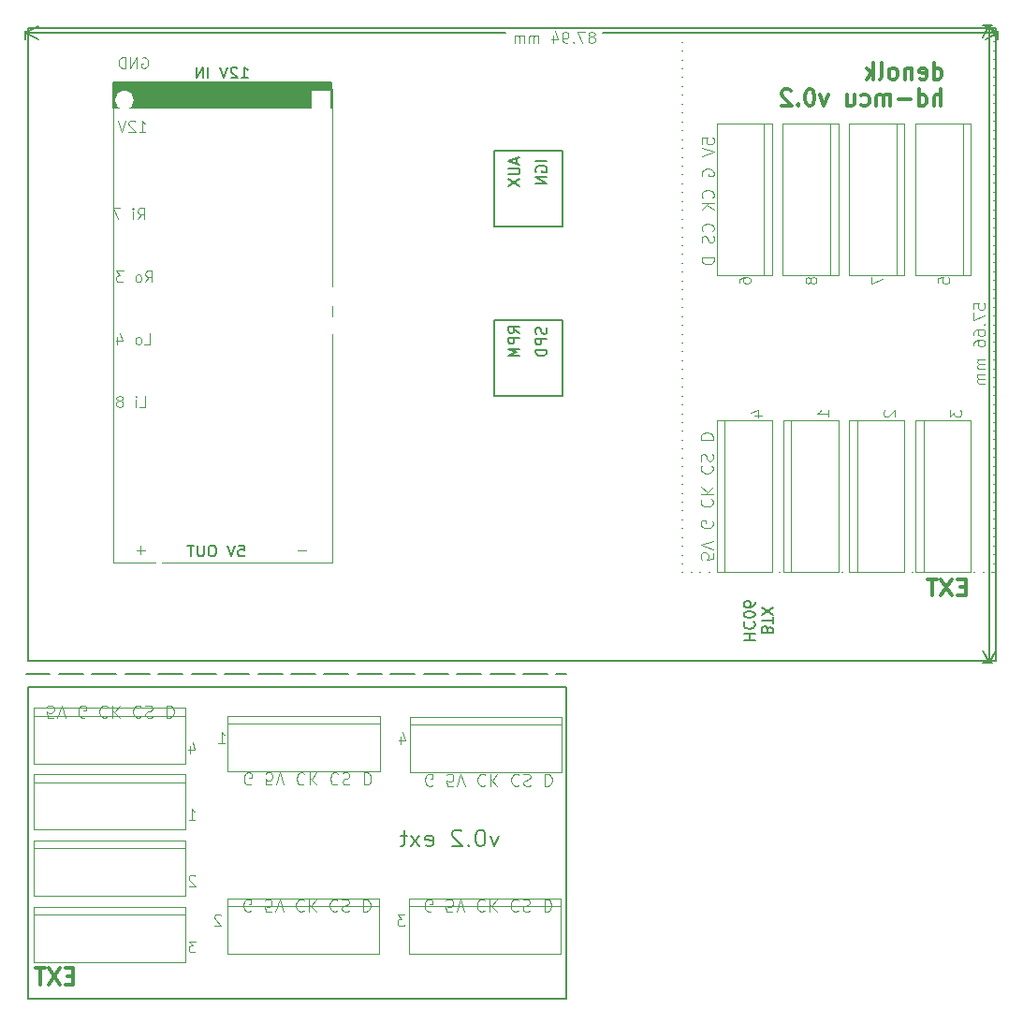
<source format=gbo>
G04 #@! TF.GenerationSoftware,KiCad,Pcbnew,7.0.7*
G04 #@! TF.CreationDate,2024-05-09T17:47:54+03:00*
G04 #@! TF.ProjectId,pico-hd-mcu-v2,7069636f-2d68-4642-9d6d-63752d76322e,rev?*
G04 #@! TF.SameCoordinates,Original*
G04 #@! TF.FileFunction,Legend,Bot*
G04 #@! TF.FilePolarity,Positive*
%FSLAX46Y46*%
G04 Gerber Fmt 4.6, Leading zero omitted, Abs format (unit mm)*
G04 Created by KiCad (PCBNEW 7.0.7) date 2024-05-09 17:47:54*
%MOMM*%
%LPD*%
G01*
G04 APERTURE LIST*
G04 Aperture macros list*
%AMOutline4P*
0 Free polygon, 4 corners , with rotation*
0 The origin of the aperture is its center*
0 number of corners: always 4*
0 $1 to $8 corner X, Y*
0 $9 Rotation angle, in degrees counterclockwise*
0 create outline with 4 corners*
4,1,4,$1,$2,$3,$4,$5,$6,$7,$8,$1,$2,$9*%
%AMOutline5P*
0 Free polygon, 5 corners , with rotation*
0 The origin of the aperture is its center*
0 number of corners: always 5*
0 $1 to $10 corner X, Y*
0 $11 Rotation angle, in degrees counterclockwise*
0 create outline with 5 corners*
4,1,5,$1,$2,$3,$4,$5,$6,$7,$8,$9,$10,$1,$2,$11*%
%AMOutline6P*
0 Free polygon, 6 corners , with rotation*
0 The origin of the aperture is its center*
0 number of corners: always 6*
0 $1 to $12 corner X, Y*
0 $13 Rotation angle, in degrees counterclockwise*
0 create outline with 6 corners*
4,1,6,$1,$2,$3,$4,$5,$6,$7,$8,$9,$10,$11,$12,$1,$2,$13*%
%AMOutline7P*
0 Free polygon, 7 corners , with rotation*
0 The origin of the aperture is its center*
0 number of corners: always 7*
0 $1 to $14 corner X, Y*
0 $15 Rotation angle, in degrees counterclockwise*
0 create outline with 7 corners*
4,1,7,$1,$2,$3,$4,$5,$6,$7,$8,$9,$10,$11,$12,$13,$14,$1,$2,$15*%
%AMOutline8P*
0 Free polygon, 8 corners , with rotation*
0 The origin of the aperture is its center*
0 number of corners: always 8*
0 $1 to $16 corner X, Y*
0 $17 Rotation angle, in degrees counterclockwise*
0 create outline with 8 corners*
4,1,8,$1,$2,$3,$4,$5,$6,$7,$8,$9,$10,$11,$12,$13,$14,$15,$16,$1,$2,$17*%
G04 Aperture macros list end*
%ADD10C,0.200000*%
%ADD11C,0.187500*%
%ADD12C,0.120000*%
%ADD13C,0.150000*%
%ADD14C,0.100000*%
%ADD15C,0.300000*%
%ADD16C,0.375000*%
%ADD17R,1.700000X1.700000*%
%ADD18O,1.700000X1.700000*%
%ADD19Outline5P,-0.850000X0.510000X-0.510000X0.850000X0.850000X0.850000X0.850000X-0.850000X-0.850000X-0.850000X90.000000*%
%ADD20C,1.700000*%
%ADD21Outline5P,-0.850000X0.510000X-0.510000X0.850000X0.850000X0.850000X0.850000X-0.850000X-0.850000X-0.850000X180.000000*%
%ADD22Outline5P,-0.850000X0.510000X-0.510000X0.850000X0.850000X0.850000X0.850000X-0.850000X-0.850000X-0.850000X0.000000*%
%ADD23C,3.000000*%
%ADD24O,6.000000X2.000000*%
%ADD25R,6.000000X2.000000*%
%ADD26R,3.000000X3.000000*%
%ADD27Outline4P,-0.850000X-0.850000X0.850000X-0.850000X0.850000X0.850000X-0.850000X0.850000X0.000000*%
%ADD28O,1.600000X2.400000*%
%ADD29R,1.600000X2.400000*%
G04 APERTURE END LIST*
D10*
X29771500Y-31702500D02*
X49501500Y-31702500D01*
X49501500Y-34022500D01*
X29771500Y-34022500D01*
X29771500Y-31702500D01*
G36*
X29771500Y-31702500D02*
G01*
X49501500Y-31702500D01*
X49501500Y-34022500D01*
X29771500Y-34022500D01*
X29771500Y-31702500D01*
G37*
X81270000Y-76035000D02*
X81270000Y-76035000D01*
X82070000Y-76035000D02*
X82070000Y-76035000D01*
X82870000Y-76035000D02*
X82870000Y-76035000D01*
X83670000Y-76035000D02*
X83670000Y-76035000D01*
X84470000Y-76035000D02*
X84470000Y-76035000D01*
X85270000Y-76035000D02*
X85270000Y-76035000D01*
X86070000Y-76035000D02*
X86070000Y-76035000D01*
X86870000Y-76035000D02*
X86870000Y-76035000D01*
X87670000Y-76035000D02*
X87670000Y-76035000D01*
X88470000Y-76035000D02*
X88470000Y-76035000D01*
X89270000Y-76035000D02*
X89270000Y-76035000D01*
X90070000Y-76035000D02*
X90070000Y-76035000D01*
X90870000Y-76035000D02*
X90870000Y-76035000D01*
X91670000Y-76035000D02*
X91670000Y-76035000D01*
X92470000Y-76035000D02*
X92470000Y-76035000D01*
X93270000Y-76035000D02*
X93270000Y-76035000D01*
X94070000Y-76035000D02*
X94070000Y-76035000D01*
X94870000Y-76035000D02*
X94870000Y-76035000D01*
X95670000Y-76035000D02*
X95670000Y-76035000D01*
X96470000Y-76035000D02*
X96470000Y-76035000D01*
X97270000Y-76035000D02*
X97270000Y-76035000D01*
X98070000Y-76035000D02*
X98070000Y-76035000D01*
X98870000Y-76035000D02*
X98870000Y-76035000D01*
X99670000Y-76035000D02*
X99670000Y-76035000D01*
X100470000Y-76035000D02*
X100470000Y-76035000D01*
X101270000Y-76035000D02*
X101270000Y-76035000D01*
X102070000Y-76035000D02*
X102070000Y-76035000D01*
X102870000Y-76035000D02*
X102870000Y-76035000D01*
X103670000Y-76035000D02*
X103670000Y-76035000D01*
X104470000Y-76035000D02*
X104470000Y-76035000D01*
X105270000Y-76035000D02*
X105270000Y-76035000D01*
X106070000Y-76035000D02*
X106070000Y-76035000D01*
X106870000Y-76035000D02*
X106870000Y-76035000D01*
X107670000Y-76035000D02*
X107670000Y-76035000D01*
X108470000Y-76035000D02*
X108470000Y-76035000D01*
X109270000Y-76035000D02*
X109270000Y-76035000D01*
X109410000Y-76035000D02*
X109410000Y-76035000D01*
X109410000Y-75235000D02*
X109410000Y-75235000D01*
X109410000Y-74435000D02*
X109410000Y-74435000D01*
X109410000Y-73635000D02*
X109410000Y-73635000D01*
X109410000Y-72835000D02*
X109410000Y-72835000D01*
X109410000Y-72035000D02*
X109410000Y-72035000D01*
X109410000Y-71235000D02*
X109410000Y-71235000D01*
X109410000Y-70435000D02*
X109410000Y-70435000D01*
X109410000Y-69635000D02*
X109410000Y-69635000D01*
X109410000Y-68835000D02*
X109410000Y-68835000D01*
X109410000Y-68035000D02*
X109410000Y-68035000D01*
X109410000Y-67235000D02*
X109410000Y-67235000D01*
X109410000Y-66435000D02*
X109410000Y-66435000D01*
X109410000Y-65635000D02*
X109410000Y-65635000D01*
X109410000Y-64835000D02*
X109410000Y-64835000D01*
X109410000Y-64035000D02*
X109410000Y-64035000D01*
X109410000Y-63235000D02*
X109410000Y-63235000D01*
X109410000Y-62435000D02*
X109410000Y-62435000D01*
X109410000Y-61635000D02*
X109410000Y-61635000D01*
X109410000Y-60835000D02*
X109410000Y-60835000D01*
X109410000Y-60035000D02*
X109410000Y-60035000D01*
X109410000Y-59235000D02*
X109410000Y-59235000D01*
X109410000Y-58435000D02*
X109410000Y-58435000D01*
X109410000Y-57635000D02*
X109410000Y-57635000D01*
X109410000Y-56835000D02*
X109410000Y-56835000D01*
X109410000Y-56035000D02*
X109410000Y-56035000D01*
X109410000Y-55235000D02*
X109410000Y-55235000D01*
X109410000Y-54435000D02*
X109410000Y-54435000D01*
X109410000Y-53635000D02*
X109410000Y-53635000D01*
X109410000Y-52835000D02*
X109410000Y-52835000D01*
X109410000Y-52035000D02*
X109410000Y-52035000D01*
X109410000Y-51235000D02*
X109410000Y-51235000D01*
X109410000Y-50435000D02*
X109410000Y-50435000D01*
X109410000Y-49635000D02*
X109410000Y-49635000D01*
X109410000Y-48835000D02*
X109410000Y-48835000D01*
X109410000Y-48035000D02*
X109410000Y-48035000D01*
X109410000Y-47235000D02*
X109410000Y-47235000D01*
X109410000Y-46435000D02*
X109410000Y-46435000D01*
X109410000Y-45635000D02*
X109410000Y-45635000D01*
X109410000Y-44835000D02*
X109410000Y-44835000D01*
X109410000Y-44035000D02*
X109410000Y-44035000D01*
X109410000Y-43235000D02*
X109410000Y-43235000D01*
X109410000Y-42435000D02*
X109410000Y-42435000D01*
X109410000Y-41635000D02*
X109410000Y-41635000D01*
X109410000Y-40835000D02*
X109410000Y-40835000D01*
X109410000Y-40035000D02*
X109410000Y-40035000D01*
X109410000Y-39235000D02*
X109410000Y-39235000D01*
X109410000Y-38435000D02*
X109410000Y-38435000D01*
X109410000Y-37635000D02*
X109410000Y-37635000D01*
X109410000Y-36835000D02*
X109410000Y-36835000D01*
X109410000Y-36035000D02*
X109410000Y-36035000D01*
X109410000Y-35235000D02*
X109410000Y-35235000D01*
X109410000Y-34435000D02*
X109410000Y-34435000D01*
X109410000Y-33635000D02*
X109410000Y-33635000D01*
X109410000Y-32835000D02*
X109410000Y-32835000D01*
X109410000Y-32035000D02*
X109410000Y-32035000D01*
X109410000Y-31235000D02*
X109410000Y-31235000D01*
X109410000Y-30435000D02*
X109410000Y-30435000D01*
X109410000Y-29635000D02*
X109410000Y-29635000D01*
X109410000Y-28835000D02*
X109410000Y-28835000D01*
X109410000Y-28035000D02*
X109410000Y-28035000D01*
X109410000Y-27275000D02*
X109410000Y-27275000D01*
X108610000Y-27275000D02*
X108610000Y-27275000D01*
X107810000Y-27275000D02*
X107810000Y-27275000D01*
X107010000Y-27275000D02*
X107010000Y-27275000D01*
X106210000Y-27275000D02*
X106210000Y-27275000D01*
X105410000Y-27275000D02*
X105410000Y-27275000D01*
X104610000Y-27275000D02*
X104610000Y-27275000D01*
X103810000Y-27275000D02*
X103810000Y-27275000D01*
X103010000Y-27275000D02*
X103010000Y-27275000D01*
X102210000Y-27275000D02*
X102210000Y-27275000D01*
X101410000Y-27275000D02*
X101410000Y-27275000D01*
X100610000Y-27275000D02*
X100610000Y-27275000D01*
X99810000Y-27275000D02*
X99810000Y-27275000D01*
X99010000Y-27275000D02*
X99010000Y-27275000D01*
X98210000Y-27275000D02*
X98210000Y-27275000D01*
X97410000Y-27275000D02*
X97410000Y-27275000D01*
X96610000Y-27275000D02*
X96610000Y-27275000D01*
X95810000Y-27275000D02*
X95810000Y-27275000D01*
X95010000Y-27275000D02*
X95010000Y-27275000D01*
X94210000Y-27275000D02*
X94210000Y-27275000D01*
X93410000Y-27275000D02*
X93410000Y-27275000D01*
X92610000Y-27275000D02*
X92610000Y-27275000D01*
X91810000Y-27275000D02*
X91810000Y-27275000D01*
X91010000Y-27275000D02*
X91010000Y-27275000D01*
X90210000Y-27275000D02*
X90210000Y-27275000D01*
X89410000Y-27275000D02*
X89410000Y-27275000D01*
X88610000Y-27275000D02*
X88610000Y-27275000D01*
X87810000Y-27275000D02*
X87810000Y-27275000D01*
X87010000Y-27275000D02*
X87010000Y-27275000D01*
X86210000Y-27275000D02*
X86210000Y-27275000D01*
X85410000Y-27275000D02*
X85410000Y-27275000D01*
X84610000Y-27275000D02*
X84610000Y-27275000D01*
X83810000Y-27275000D02*
X83810000Y-27275000D01*
X83010000Y-27275000D02*
X83010000Y-27275000D01*
X82210000Y-27275000D02*
X82210000Y-27275000D01*
X81410000Y-27275000D02*
X81410000Y-27275000D01*
X81270000Y-27275000D02*
X81270000Y-27275000D01*
X81270000Y-28075000D02*
X81270000Y-28075000D01*
X81270000Y-28875000D02*
X81270000Y-28875000D01*
X81270000Y-29675000D02*
X81270000Y-29675000D01*
X81270000Y-30475000D02*
X81270000Y-30475000D01*
X81270000Y-31275000D02*
X81270000Y-31275000D01*
X81270000Y-32075000D02*
X81270000Y-32075000D01*
X81270000Y-32875000D02*
X81270000Y-32875000D01*
X81270000Y-33675000D02*
X81270000Y-33675000D01*
X81270000Y-34475000D02*
X81270000Y-34475000D01*
X81270000Y-35275000D02*
X81270000Y-35275000D01*
X81270000Y-36075000D02*
X81270000Y-36075000D01*
X81270000Y-36875000D02*
X81270000Y-36875000D01*
X81270000Y-37675000D02*
X81270000Y-37675000D01*
X81270000Y-38475000D02*
X81270000Y-38475000D01*
X81270000Y-39275000D02*
X81270000Y-39275000D01*
X81270000Y-40075000D02*
X81270000Y-40075000D01*
X81270000Y-40875000D02*
X81270000Y-40875000D01*
X81270000Y-41675000D02*
X81270000Y-41675000D01*
X81270000Y-42475000D02*
X81270000Y-42475000D01*
X81270000Y-43275000D02*
X81270000Y-43275000D01*
X81270000Y-44075000D02*
X81270000Y-44075000D01*
X81270000Y-44875000D02*
X81270000Y-44875000D01*
X81270000Y-45675000D02*
X81270000Y-45675000D01*
X81270000Y-46475000D02*
X81270000Y-46475000D01*
X81270000Y-47275000D02*
X81270000Y-47275000D01*
X81270000Y-48075000D02*
X81270000Y-48075000D01*
X81270000Y-48875000D02*
X81270000Y-48875000D01*
X81270000Y-49675000D02*
X81270000Y-49675000D01*
X81270000Y-50475000D02*
X81270000Y-50475000D01*
X81270000Y-51275000D02*
X81270000Y-51275000D01*
X81270000Y-52075000D02*
X81270000Y-52075000D01*
X81270000Y-52875000D02*
X81270000Y-52875000D01*
X81270000Y-53675000D02*
X81270000Y-53675000D01*
X81270000Y-54475000D02*
X81270000Y-54475000D01*
X81270000Y-55275000D02*
X81270000Y-55275000D01*
X81270000Y-56075000D02*
X81270000Y-56075000D01*
X81270000Y-56875000D02*
X81270000Y-56875000D01*
X81270000Y-57675000D02*
X81270000Y-57675000D01*
X81270000Y-58475000D02*
X81270000Y-58475000D01*
X81270000Y-59275000D02*
X81270000Y-59275000D01*
X81270000Y-60075000D02*
X81270000Y-60075000D01*
X81270000Y-60875000D02*
X81270000Y-60875000D01*
X81270000Y-61675000D02*
X81270000Y-61675000D01*
X81270000Y-62475000D02*
X81270000Y-62475000D01*
X81270000Y-63275000D02*
X81270000Y-63275000D01*
X81270000Y-64075000D02*
X81270000Y-64075000D01*
X81270000Y-64875000D02*
X81270000Y-64875000D01*
X81270000Y-65675000D02*
X81270000Y-65675000D01*
X81270000Y-66475000D02*
X81270000Y-66475000D01*
X81270000Y-67275000D02*
X81270000Y-67275000D01*
X81270000Y-68075000D02*
X81270000Y-68075000D01*
X81270000Y-68875000D02*
X81270000Y-68875000D01*
X81270000Y-69675000D02*
X81270000Y-69675000D01*
X81270000Y-70475000D02*
X81270000Y-70475000D01*
X81270000Y-71275000D02*
X81270000Y-71275000D01*
X81270000Y-72075000D02*
X81270000Y-72075000D01*
X81270000Y-72875000D02*
X81270000Y-72875000D01*
X81270000Y-73675000D02*
X81270000Y-73675000D01*
X81270000Y-74475000D02*
X81270000Y-74475000D01*
X81270000Y-75275000D02*
X81270000Y-75275000D01*
X21840000Y-85240000D02*
X24040000Y-85240000D01*
X24840000Y-85240000D02*
X27040000Y-85240000D01*
X27840000Y-85240000D02*
X30040000Y-85240000D01*
X30840000Y-85240000D02*
X33040000Y-85240000D01*
X33840000Y-85240000D02*
X36040000Y-85240000D01*
X36840000Y-85240000D02*
X39040000Y-85240000D01*
X39840000Y-85240000D02*
X42040000Y-85240000D01*
X42840000Y-85240000D02*
X45040000Y-85240000D01*
X45840000Y-85240000D02*
X48040000Y-85240000D01*
X48840000Y-85240000D02*
X51040000Y-85240000D01*
X51840000Y-85240000D02*
X54040000Y-85240000D01*
X54840000Y-85240000D02*
X57040000Y-85240000D01*
X57840000Y-85240000D02*
X60040000Y-85240000D01*
X60840000Y-85240000D02*
X63040000Y-85240000D01*
X63840000Y-85240000D02*
X66040000Y-85240000D01*
X66840000Y-85240000D02*
X69040000Y-85240000D01*
X69840000Y-85240000D02*
X70750000Y-85240000D01*
X22015000Y-26790000D02*
X109555000Y-26790000D01*
X109555000Y-84040000D01*
X22015000Y-84040000D01*
X22015000Y-26790000D01*
X22015000Y-86470000D02*
X70775000Y-86470000D01*
X70775000Y-114610000D01*
X22015000Y-114610000D01*
X22015000Y-86470000D01*
X64217500Y-53237100D02*
X70377500Y-53237100D01*
X70377500Y-60102500D01*
X64217500Y-60102500D01*
X64217500Y-53237100D01*
X64237500Y-37897100D02*
X70397500Y-37897100D01*
X70397500Y-44762500D01*
X64237500Y-44762500D01*
X64237500Y-37897100D01*
D11*
X64612359Y-99856678D02*
X64255216Y-100856678D01*
X64255216Y-100856678D02*
X63898073Y-99856678D01*
X63040930Y-99356678D02*
X62898073Y-99356678D01*
X62898073Y-99356678D02*
X62755216Y-99428107D01*
X62755216Y-99428107D02*
X62683788Y-99499535D01*
X62683788Y-99499535D02*
X62612359Y-99642392D01*
X62612359Y-99642392D02*
X62540930Y-99928107D01*
X62540930Y-99928107D02*
X62540930Y-100285250D01*
X62540930Y-100285250D02*
X62612359Y-100570964D01*
X62612359Y-100570964D02*
X62683788Y-100713821D01*
X62683788Y-100713821D02*
X62755216Y-100785250D01*
X62755216Y-100785250D02*
X62898073Y-100856678D01*
X62898073Y-100856678D02*
X63040930Y-100856678D01*
X63040930Y-100856678D02*
X63183788Y-100785250D01*
X63183788Y-100785250D02*
X63255216Y-100713821D01*
X63255216Y-100713821D02*
X63326645Y-100570964D01*
X63326645Y-100570964D02*
X63398073Y-100285250D01*
X63398073Y-100285250D02*
X63398073Y-99928107D01*
X63398073Y-99928107D02*
X63326645Y-99642392D01*
X63326645Y-99642392D02*
X63255216Y-99499535D01*
X63255216Y-99499535D02*
X63183788Y-99428107D01*
X63183788Y-99428107D02*
X63040930Y-99356678D01*
X61898074Y-100713821D02*
X61826645Y-100785250D01*
X61826645Y-100785250D02*
X61898074Y-100856678D01*
X61898074Y-100856678D02*
X61969502Y-100785250D01*
X61969502Y-100785250D02*
X61898074Y-100713821D01*
X61898074Y-100713821D02*
X61898074Y-100856678D01*
X61255216Y-99499535D02*
X61183788Y-99428107D01*
X61183788Y-99428107D02*
X61040931Y-99356678D01*
X61040931Y-99356678D02*
X60683788Y-99356678D01*
X60683788Y-99356678D02*
X60540931Y-99428107D01*
X60540931Y-99428107D02*
X60469502Y-99499535D01*
X60469502Y-99499535D02*
X60398073Y-99642392D01*
X60398073Y-99642392D02*
X60398073Y-99785250D01*
X60398073Y-99785250D02*
X60469502Y-99999535D01*
X60469502Y-99999535D02*
X61326645Y-100856678D01*
X61326645Y-100856678D02*
X60398073Y-100856678D01*
X58040931Y-100785250D02*
X58183788Y-100856678D01*
X58183788Y-100856678D02*
X58469503Y-100856678D01*
X58469503Y-100856678D02*
X58612360Y-100785250D01*
X58612360Y-100785250D02*
X58683788Y-100642392D01*
X58683788Y-100642392D02*
X58683788Y-100070964D01*
X58683788Y-100070964D02*
X58612360Y-99928107D01*
X58612360Y-99928107D02*
X58469503Y-99856678D01*
X58469503Y-99856678D02*
X58183788Y-99856678D01*
X58183788Y-99856678D02*
X58040931Y-99928107D01*
X58040931Y-99928107D02*
X57969503Y-100070964D01*
X57969503Y-100070964D02*
X57969503Y-100213821D01*
X57969503Y-100213821D02*
X58683788Y-100356678D01*
X57469503Y-100856678D02*
X56683789Y-99856678D01*
X57469503Y-99856678D02*
X56683789Y-100856678D01*
X56326645Y-99856678D02*
X55755217Y-99856678D01*
X56112360Y-99356678D02*
X56112360Y-100642392D01*
X56112360Y-100642392D02*
X56040931Y-100785250D01*
X56040931Y-100785250D02*
X55898074Y-100856678D01*
X55898074Y-100856678D02*
X55755217Y-100856678D01*
D12*
X82986640Y-37302161D02*
X82986640Y-36778351D01*
X82986640Y-36778351D02*
X83510450Y-36725970D01*
X83510450Y-36725970D02*
X83458069Y-36778351D01*
X83458069Y-36778351D02*
X83405688Y-36883113D01*
X83405688Y-36883113D02*
X83405688Y-37145018D01*
X83405688Y-37145018D02*
X83458069Y-37249780D01*
X83458069Y-37249780D02*
X83510450Y-37302161D01*
X83510450Y-37302161D02*
X83615212Y-37354542D01*
X83615212Y-37354542D02*
X83877117Y-37354542D01*
X83877117Y-37354542D02*
X83981879Y-37302161D01*
X83981879Y-37302161D02*
X84034260Y-37249780D01*
X84034260Y-37249780D02*
X84086640Y-37145018D01*
X84086640Y-37145018D02*
X84086640Y-36883113D01*
X84086640Y-36883113D02*
X84034260Y-36778351D01*
X84034260Y-36778351D02*
X83981879Y-36725970D01*
X82986640Y-37668827D02*
X84086640Y-38035494D01*
X84086640Y-38035494D02*
X82986640Y-38402161D01*
X83039021Y-40183113D02*
X82986640Y-40078351D01*
X82986640Y-40078351D02*
X82986640Y-39921208D01*
X82986640Y-39921208D02*
X83039021Y-39764065D01*
X83039021Y-39764065D02*
X83143783Y-39659303D01*
X83143783Y-39659303D02*
X83248545Y-39606922D01*
X83248545Y-39606922D02*
X83458069Y-39554541D01*
X83458069Y-39554541D02*
X83615212Y-39554541D01*
X83615212Y-39554541D02*
X83824736Y-39606922D01*
X83824736Y-39606922D02*
X83929498Y-39659303D01*
X83929498Y-39659303D02*
X84034260Y-39764065D01*
X84034260Y-39764065D02*
X84086640Y-39921208D01*
X84086640Y-39921208D02*
X84086640Y-40025970D01*
X84086640Y-40025970D02*
X84034260Y-40183113D01*
X84034260Y-40183113D02*
X83981879Y-40235494D01*
X83981879Y-40235494D02*
X83615212Y-40235494D01*
X83615212Y-40235494D02*
X83615212Y-40025970D01*
X83981879Y-42173589D02*
X84034260Y-42121208D01*
X84034260Y-42121208D02*
X84086640Y-41964065D01*
X84086640Y-41964065D02*
X84086640Y-41859303D01*
X84086640Y-41859303D02*
X84034260Y-41702160D01*
X84034260Y-41702160D02*
X83929498Y-41597398D01*
X83929498Y-41597398D02*
X83824736Y-41545017D01*
X83824736Y-41545017D02*
X83615212Y-41492636D01*
X83615212Y-41492636D02*
X83458069Y-41492636D01*
X83458069Y-41492636D02*
X83248545Y-41545017D01*
X83248545Y-41545017D02*
X83143783Y-41597398D01*
X83143783Y-41597398D02*
X83039021Y-41702160D01*
X83039021Y-41702160D02*
X82986640Y-41859303D01*
X82986640Y-41859303D02*
X82986640Y-41964065D01*
X82986640Y-41964065D02*
X83039021Y-42121208D01*
X83039021Y-42121208D02*
X83091402Y-42173589D01*
X84086640Y-42645017D02*
X82986640Y-42645017D01*
X84086640Y-43273589D02*
X83458069Y-42802160D01*
X82986640Y-43273589D02*
X83615212Y-42645017D01*
X83981879Y-45211684D02*
X84034260Y-45159303D01*
X84034260Y-45159303D02*
X84086640Y-45002160D01*
X84086640Y-45002160D02*
X84086640Y-44897398D01*
X84086640Y-44897398D02*
X84034260Y-44740255D01*
X84034260Y-44740255D02*
X83929498Y-44635493D01*
X83929498Y-44635493D02*
X83824736Y-44583112D01*
X83824736Y-44583112D02*
X83615212Y-44530731D01*
X83615212Y-44530731D02*
X83458069Y-44530731D01*
X83458069Y-44530731D02*
X83248545Y-44583112D01*
X83248545Y-44583112D02*
X83143783Y-44635493D01*
X83143783Y-44635493D02*
X83039021Y-44740255D01*
X83039021Y-44740255D02*
X82986640Y-44897398D01*
X82986640Y-44897398D02*
X82986640Y-45002160D01*
X82986640Y-45002160D02*
X83039021Y-45159303D01*
X83039021Y-45159303D02*
X83091402Y-45211684D01*
X84034260Y-45630731D02*
X84086640Y-45787874D01*
X84086640Y-45787874D02*
X84086640Y-46049779D01*
X84086640Y-46049779D02*
X84034260Y-46154541D01*
X84034260Y-46154541D02*
X83981879Y-46206922D01*
X83981879Y-46206922D02*
X83877117Y-46259303D01*
X83877117Y-46259303D02*
X83772355Y-46259303D01*
X83772355Y-46259303D02*
X83667593Y-46206922D01*
X83667593Y-46206922D02*
X83615212Y-46154541D01*
X83615212Y-46154541D02*
X83562831Y-46049779D01*
X83562831Y-46049779D02*
X83510450Y-45840255D01*
X83510450Y-45840255D02*
X83458069Y-45735493D01*
X83458069Y-45735493D02*
X83405688Y-45683112D01*
X83405688Y-45683112D02*
X83300926Y-45630731D01*
X83300926Y-45630731D02*
X83196164Y-45630731D01*
X83196164Y-45630731D02*
X83091402Y-45683112D01*
X83091402Y-45683112D02*
X83039021Y-45735493D01*
X83039021Y-45735493D02*
X82986640Y-45840255D01*
X82986640Y-45840255D02*
X82986640Y-46102160D01*
X82986640Y-46102160D02*
X83039021Y-46259303D01*
X84086640Y-47568826D02*
X82986640Y-47568826D01*
X82986640Y-47568826D02*
X82986640Y-47830731D01*
X82986640Y-47830731D02*
X83039021Y-47987874D01*
X83039021Y-47987874D02*
X83143783Y-48092636D01*
X83143783Y-48092636D02*
X83248545Y-48145017D01*
X83248545Y-48145017D02*
X83458069Y-48197398D01*
X83458069Y-48197398D02*
X83615212Y-48197398D01*
X83615212Y-48197398D02*
X83824736Y-48145017D01*
X83824736Y-48145017D02*
X83929498Y-48092636D01*
X83929498Y-48092636D02*
X84034260Y-47987874D01*
X84034260Y-47987874D02*
X84086640Y-47830731D01*
X84086640Y-47830731D02*
X84086640Y-47568826D01*
D13*
X66502319Y-54400595D02*
X66026128Y-54067262D01*
X66502319Y-53829167D02*
X65502319Y-53829167D01*
X65502319Y-53829167D02*
X65502319Y-54210119D01*
X65502319Y-54210119D02*
X65549938Y-54305357D01*
X65549938Y-54305357D02*
X65597557Y-54352976D01*
X65597557Y-54352976D02*
X65692795Y-54400595D01*
X65692795Y-54400595D02*
X65835652Y-54400595D01*
X65835652Y-54400595D02*
X65930890Y-54352976D01*
X65930890Y-54352976D02*
X65978509Y-54305357D01*
X65978509Y-54305357D02*
X66026128Y-54210119D01*
X66026128Y-54210119D02*
X66026128Y-53829167D01*
X66502319Y-54829167D02*
X65502319Y-54829167D01*
X65502319Y-54829167D02*
X65502319Y-55210119D01*
X65502319Y-55210119D02*
X65549938Y-55305357D01*
X65549938Y-55305357D02*
X65597557Y-55352976D01*
X65597557Y-55352976D02*
X65692795Y-55400595D01*
X65692795Y-55400595D02*
X65835652Y-55400595D01*
X65835652Y-55400595D02*
X65930890Y-55352976D01*
X65930890Y-55352976D02*
X65978509Y-55305357D01*
X65978509Y-55305357D02*
X66026128Y-55210119D01*
X66026128Y-55210119D02*
X66026128Y-54829167D01*
X66502319Y-55829167D02*
X65502319Y-55829167D01*
X65502319Y-55829167D02*
X66216604Y-56162500D01*
X66216604Y-56162500D02*
X65502319Y-56495833D01*
X65502319Y-56495833D02*
X66502319Y-56495833D01*
D14*
X32351503Y-29505038D02*
X32446741Y-29457419D01*
X32446741Y-29457419D02*
X32589598Y-29457419D01*
X32589598Y-29457419D02*
X32732455Y-29505038D01*
X32732455Y-29505038D02*
X32827693Y-29600276D01*
X32827693Y-29600276D02*
X32875312Y-29695514D01*
X32875312Y-29695514D02*
X32922931Y-29885990D01*
X32922931Y-29885990D02*
X32922931Y-30028847D01*
X32922931Y-30028847D02*
X32875312Y-30219323D01*
X32875312Y-30219323D02*
X32827693Y-30314561D01*
X32827693Y-30314561D02*
X32732455Y-30409800D01*
X32732455Y-30409800D02*
X32589598Y-30457419D01*
X32589598Y-30457419D02*
X32494360Y-30457419D01*
X32494360Y-30457419D02*
X32351503Y-30409800D01*
X32351503Y-30409800D02*
X32303884Y-30362180D01*
X32303884Y-30362180D02*
X32303884Y-30028847D01*
X32303884Y-30028847D02*
X32494360Y-30028847D01*
X31875312Y-30457419D02*
X31875312Y-29457419D01*
X31875312Y-29457419D02*
X31303884Y-30457419D01*
X31303884Y-30457419D02*
X31303884Y-29457419D01*
X30827693Y-30457419D02*
X30827693Y-29457419D01*
X30827693Y-29457419D02*
X30589598Y-29457419D01*
X30589598Y-29457419D02*
X30446741Y-29505038D01*
X30446741Y-29505038D02*
X30351503Y-29600276D01*
X30351503Y-29600276D02*
X30303884Y-29695514D01*
X30303884Y-29695514D02*
X30256265Y-29885990D01*
X30256265Y-29885990D02*
X30256265Y-30028847D01*
X30256265Y-30028847D02*
X30303884Y-30219323D01*
X30303884Y-30219323D02*
X30351503Y-30314561D01*
X30351503Y-30314561D02*
X30446741Y-30409800D01*
X30446741Y-30409800D02*
X30589598Y-30457419D01*
X30589598Y-30457419D02*
X30827693Y-30457419D01*
X31959687Y-44124919D02*
X32293020Y-43648728D01*
X32531115Y-44124919D02*
X32531115Y-43124919D01*
X32531115Y-43124919D02*
X32150163Y-43124919D01*
X32150163Y-43124919D02*
X32054925Y-43172538D01*
X32054925Y-43172538D02*
X32007306Y-43220157D01*
X32007306Y-43220157D02*
X31959687Y-43315395D01*
X31959687Y-43315395D02*
X31959687Y-43458252D01*
X31959687Y-43458252D02*
X32007306Y-43553490D01*
X32007306Y-43553490D02*
X32054925Y-43601109D01*
X32054925Y-43601109D02*
X32150163Y-43648728D01*
X32150163Y-43648728D02*
X32531115Y-43648728D01*
X31531115Y-44124919D02*
X31531115Y-43458252D01*
X31531115Y-43124919D02*
X31578734Y-43172538D01*
X31578734Y-43172538D02*
X31531115Y-43220157D01*
X31531115Y-43220157D02*
X31483496Y-43172538D01*
X31483496Y-43172538D02*
X31531115Y-43124919D01*
X31531115Y-43124919D02*
X31531115Y-43220157D01*
X30388258Y-43124919D02*
X29721592Y-43124919D01*
X29721592Y-43124919D02*
X30150163Y-44124919D01*
X32657813Y-49799919D02*
X32991146Y-49323728D01*
X33229241Y-49799919D02*
X33229241Y-48799919D01*
X33229241Y-48799919D02*
X32848289Y-48799919D01*
X32848289Y-48799919D02*
X32753051Y-48847538D01*
X32753051Y-48847538D02*
X32705432Y-48895157D01*
X32705432Y-48895157D02*
X32657813Y-48990395D01*
X32657813Y-48990395D02*
X32657813Y-49133252D01*
X32657813Y-49133252D02*
X32705432Y-49228490D01*
X32705432Y-49228490D02*
X32753051Y-49276109D01*
X32753051Y-49276109D02*
X32848289Y-49323728D01*
X32848289Y-49323728D02*
X33229241Y-49323728D01*
X32086384Y-49799919D02*
X32181622Y-49752300D01*
X32181622Y-49752300D02*
X32229241Y-49704680D01*
X32229241Y-49704680D02*
X32276860Y-49609442D01*
X32276860Y-49609442D02*
X32276860Y-49323728D01*
X32276860Y-49323728D02*
X32229241Y-49228490D01*
X32229241Y-49228490D02*
X32181622Y-49180871D01*
X32181622Y-49180871D02*
X32086384Y-49133252D01*
X32086384Y-49133252D02*
X31943527Y-49133252D01*
X31943527Y-49133252D02*
X31848289Y-49180871D01*
X31848289Y-49180871D02*
X31800670Y-49228490D01*
X31800670Y-49228490D02*
X31753051Y-49323728D01*
X31753051Y-49323728D02*
X31753051Y-49609442D01*
X31753051Y-49609442D02*
X31800670Y-49704680D01*
X31800670Y-49704680D02*
X31848289Y-49752300D01*
X31848289Y-49752300D02*
X31943527Y-49799919D01*
X31943527Y-49799919D02*
X32086384Y-49799919D01*
X30657812Y-48799919D02*
X30038765Y-48799919D01*
X30038765Y-48799919D02*
X30372098Y-49180871D01*
X30372098Y-49180871D02*
X30229241Y-49180871D01*
X30229241Y-49180871D02*
X30134003Y-49228490D01*
X30134003Y-49228490D02*
X30086384Y-49276109D01*
X30086384Y-49276109D02*
X30038765Y-49371347D01*
X30038765Y-49371347D02*
X30038765Y-49609442D01*
X30038765Y-49609442D02*
X30086384Y-49704680D01*
X30086384Y-49704680D02*
X30134003Y-49752300D01*
X30134003Y-49752300D02*
X30229241Y-49799919D01*
X30229241Y-49799919D02*
X30514955Y-49799919D01*
X30514955Y-49799919D02*
X30610193Y-49752300D01*
X30610193Y-49752300D02*
X30657812Y-49704680D01*
D12*
X83998359Y-74322838D02*
X83998359Y-74846648D01*
X83998359Y-74846648D02*
X83474549Y-74899029D01*
X83474549Y-74899029D02*
X83526930Y-74846648D01*
X83526930Y-74846648D02*
X83579311Y-74741886D01*
X83579311Y-74741886D02*
X83579311Y-74479981D01*
X83579311Y-74479981D02*
X83526930Y-74375219D01*
X83526930Y-74375219D02*
X83474549Y-74322838D01*
X83474549Y-74322838D02*
X83369787Y-74270457D01*
X83369787Y-74270457D02*
X83107882Y-74270457D01*
X83107882Y-74270457D02*
X83003120Y-74322838D01*
X83003120Y-74322838D02*
X82950740Y-74375219D01*
X82950740Y-74375219D02*
X82898359Y-74479981D01*
X82898359Y-74479981D02*
X82898359Y-74741886D01*
X82898359Y-74741886D02*
X82950740Y-74846648D01*
X82950740Y-74846648D02*
X83003120Y-74899029D01*
X83998359Y-73956172D02*
X82898359Y-73589505D01*
X82898359Y-73589505D02*
X83998359Y-73222838D01*
X83945978Y-71441886D02*
X83998359Y-71546648D01*
X83998359Y-71546648D02*
X83998359Y-71703791D01*
X83998359Y-71703791D02*
X83945978Y-71860934D01*
X83945978Y-71860934D02*
X83841216Y-71965696D01*
X83841216Y-71965696D02*
X83736454Y-72018077D01*
X83736454Y-72018077D02*
X83526930Y-72070458D01*
X83526930Y-72070458D02*
X83369787Y-72070458D01*
X83369787Y-72070458D02*
X83160263Y-72018077D01*
X83160263Y-72018077D02*
X83055501Y-71965696D01*
X83055501Y-71965696D02*
X82950740Y-71860934D01*
X82950740Y-71860934D02*
X82898359Y-71703791D01*
X82898359Y-71703791D02*
X82898359Y-71599029D01*
X82898359Y-71599029D02*
X82950740Y-71441886D01*
X82950740Y-71441886D02*
X83003120Y-71389505D01*
X83003120Y-71389505D02*
X83369787Y-71389505D01*
X83369787Y-71389505D02*
X83369787Y-71599029D01*
X83003120Y-69451410D02*
X82950740Y-69503791D01*
X82950740Y-69503791D02*
X82898359Y-69660934D01*
X82898359Y-69660934D02*
X82898359Y-69765696D01*
X82898359Y-69765696D02*
X82950740Y-69922839D01*
X82950740Y-69922839D02*
X83055501Y-70027601D01*
X83055501Y-70027601D02*
X83160263Y-70079982D01*
X83160263Y-70079982D02*
X83369787Y-70132363D01*
X83369787Y-70132363D02*
X83526930Y-70132363D01*
X83526930Y-70132363D02*
X83736454Y-70079982D01*
X83736454Y-70079982D02*
X83841216Y-70027601D01*
X83841216Y-70027601D02*
X83945978Y-69922839D01*
X83945978Y-69922839D02*
X83998359Y-69765696D01*
X83998359Y-69765696D02*
X83998359Y-69660934D01*
X83998359Y-69660934D02*
X83945978Y-69503791D01*
X83945978Y-69503791D02*
X83893597Y-69451410D01*
X82898359Y-68979982D02*
X83998359Y-68979982D01*
X82898359Y-68351410D02*
X83526930Y-68822839D01*
X83998359Y-68351410D02*
X83369787Y-68979982D01*
X83003120Y-66413315D02*
X82950740Y-66465696D01*
X82950740Y-66465696D02*
X82898359Y-66622839D01*
X82898359Y-66622839D02*
X82898359Y-66727601D01*
X82898359Y-66727601D02*
X82950740Y-66884744D01*
X82950740Y-66884744D02*
X83055501Y-66989506D01*
X83055501Y-66989506D02*
X83160263Y-67041887D01*
X83160263Y-67041887D02*
X83369787Y-67094268D01*
X83369787Y-67094268D02*
X83526930Y-67094268D01*
X83526930Y-67094268D02*
X83736454Y-67041887D01*
X83736454Y-67041887D02*
X83841216Y-66989506D01*
X83841216Y-66989506D02*
X83945978Y-66884744D01*
X83945978Y-66884744D02*
X83998359Y-66727601D01*
X83998359Y-66727601D02*
X83998359Y-66622839D01*
X83998359Y-66622839D02*
X83945978Y-66465696D01*
X83945978Y-66465696D02*
X83893597Y-66413315D01*
X82950740Y-65994268D02*
X82898359Y-65837125D01*
X82898359Y-65837125D02*
X82898359Y-65575220D01*
X82898359Y-65575220D02*
X82950740Y-65470458D01*
X82950740Y-65470458D02*
X83003120Y-65418077D01*
X83003120Y-65418077D02*
X83107882Y-65365696D01*
X83107882Y-65365696D02*
X83212644Y-65365696D01*
X83212644Y-65365696D02*
X83317406Y-65418077D01*
X83317406Y-65418077D02*
X83369787Y-65470458D01*
X83369787Y-65470458D02*
X83422168Y-65575220D01*
X83422168Y-65575220D02*
X83474549Y-65784744D01*
X83474549Y-65784744D02*
X83526930Y-65889506D01*
X83526930Y-65889506D02*
X83579311Y-65941887D01*
X83579311Y-65941887D02*
X83684073Y-65994268D01*
X83684073Y-65994268D02*
X83788835Y-65994268D01*
X83788835Y-65994268D02*
X83893597Y-65941887D01*
X83893597Y-65941887D02*
X83945978Y-65889506D01*
X83945978Y-65889506D02*
X83998359Y-65784744D01*
X83998359Y-65784744D02*
X83998359Y-65522839D01*
X83998359Y-65522839D02*
X83945978Y-65365696D01*
X82898359Y-64056173D02*
X83998359Y-64056173D01*
X83998359Y-64056173D02*
X83998359Y-63794268D01*
X83998359Y-63794268D02*
X83945978Y-63637125D01*
X83945978Y-63637125D02*
X83841216Y-63532363D01*
X83841216Y-63532363D02*
X83736454Y-63479982D01*
X83736454Y-63479982D02*
X83526930Y-63427601D01*
X83526930Y-63427601D02*
X83369787Y-63427601D01*
X83369787Y-63427601D02*
X83160263Y-63479982D01*
X83160263Y-63479982D02*
X83055501Y-63532363D01*
X83055501Y-63532363D02*
X82950740Y-63637125D01*
X82950740Y-63637125D02*
X82898359Y-63794268D01*
X82898359Y-63794268D02*
X82898359Y-64056173D01*
D14*
X32095789Y-36187419D02*
X32667217Y-36187419D01*
X32381503Y-36187419D02*
X32381503Y-35187419D01*
X32381503Y-35187419D02*
X32476741Y-35330276D01*
X32476741Y-35330276D02*
X32571979Y-35425514D01*
X32571979Y-35425514D02*
X32667217Y-35473133D01*
X31714836Y-35282657D02*
X31667217Y-35235038D01*
X31667217Y-35235038D02*
X31571979Y-35187419D01*
X31571979Y-35187419D02*
X31333884Y-35187419D01*
X31333884Y-35187419D02*
X31238646Y-35235038D01*
X31238646Y-35235038D02*
X31191027Y-35282657D01*
X31191027Y-35282657D02*
X31143408Y-35377895D01*
X31143408Y-35377895D02*
X31143408Y-35473133D01*
X31143408Y-35473133D02*
X31191027Y-35615990D01*
X31191027Y-35615990D02*
X31762455Y-36187419D01*
X31762455Y-36187419D02*
X31143408Y-36187419D01*
X30857693Y-35187419D02*
X30524360Y-36187419D01*
X30524360Y-36187419D02*
X30191027Y-35187419D01*
D12*
X42167042Y-106688478D02*
X42062280Y-106740859D01*
X42062280Y-106740859D02*
X41905137Y-106740859D01*
X41905137Y-106740859D02*
X41747994Y-106688478D01*
X41747994Y-106688478D02*
X41643232Y-106583716D01*
X41643232Y-106583716D02*
X41590851Y-106478954D01*
X41590851Y-106478954D02*
X41538470Y-106269430D01*
X41538470Y-106269430D02*
X41538470Y-106112287D01*
X41538470Y-106112287D02*
X41590851Y-105902763D01*
X41590851Y-105902763D02*
X41643232Y-105798001D01*
X41643232Y-105798001D02*
X41747994Y-105693240D01*
X41747994Y-105693240D02*
X41905137Y-105640859D01*
X41905137Y-105640859D02*
X42009899Y-105640859D01*
X42009899Y-105640859D02*
X42167042Y-105693240D01*
X42167042Y-105693240D02*
X42219423Y-105745620D01*
X42219423Y-105745620D02*
X42219423Y-106112287D01*
X42219423Y-106112287D02*
X42009899Y-106112287D01*
X44052756Y-106740859D02*
X43528946Y-106740859D01*
X43528946Y-106740859D02*
X43476565Y-106217049D01*
X43476565Y-106217049D02*
X43528946Y-106269430D01*
X43528946Y-106269430D02*
X43633708Y-106321811D01*
X43633708Y-106321811D02*
X43895613Y-106321811D01*
X43895613Y-106321811D02*
X44000375Y-106269430D01*
X44000375Y-106269430D02*
X44052756Y-106217049D01*
X44052756Y-106217049D02*
X44105137Y-106112287D01*
X44105137Y-106112287D02*
X44105137Y-105850382D01*
X44105137Y-105850382D02*
X44052756Y-105745620D01*
X44052756Y-105745620D02*
X44000375Y-105693240D01*
X44000375Y-105693240D02*
X43895613Y-105640859D01*
X43895613Y-105640859D02*
X43633708Y-105640859D01*
X43633708Y-105640859D02*
X43528946Y-105693240D01*
X43528946Y-105693240D02*
X43476565Y-105745620D01*
X44419422Y-106740859D02*
X44786089Y-105640859D01*
X44786089Y-105640859D02*
X45152756Y-106740859D01*
X46986089Y-105745620D02*
X46933708Y-105693240D01*
X46933708Y-105693240D02*
X46776565Y-105640859D01*
X46776565Y-105640859D02*
X46671803Y-105640859D01*
X46671803Y-105640859D02*
X46514660Y-105693240D01*
X46514660Y-105693240D02*
X46409898Y-105798001D01*
X46409898Y-105798001D02*
X46357517Y-105902763D01*
X46357517Y-105902763D02*
X46305136Y-106112287D01*
X46305136Y-106112287D02*
X46305136Y-106269430D01*
X46305136Y-106269430D02*
X46357517Y-106478954D01*
X46357517Y-106478954D02*
X46409898Y-106583716D01*
X46409898Y-106583716D02*
X46514660Y-106688478D01*
X46514660Y-106688478D02*
X46671803Y-106740859D01*
X46671803Y-106740859D02*
X46776565Y-106740859D01*
X46776565Y-106740859D02*
X46933708Y-106688478D01*
X46933708Y-106688478D02*
X46986089Y-106636097D01*
X47457517Y-105640859D02*
X47457517Y-106740859D01*
X48086089Y-105640859D02*
X47614660Y-106269430D01*
X48086089Y-106740859D02*
X47457517Y-106112287D01*
X50024184Y-105745620D02*
X49971803Y-105693240D01*
X49971803Y-105693240D02*
X49814660Y-105640859D01*
X49814660Y-105640859D02*
X49709898Y-105640859D01*
X49709898Y-105640859D02*
X49552755Y-105693240D01*
X49552755Y-105693240D02*
X49447993Y-105798001D01*
X49447993Y-105798001D02*
X49395612Y-105902763D01*
X49395612Y-105902763D02*
X49343231Y-106112287D01*
X49343231Y-106112287D02*
X49343231Y-106269430D01*
X49343231Y-106269430D02*
X49395612Y-106478954D01*
X49395612Y-106478954D02*
X49447993Y-106583716D01*
X49447993Y-106583716D02*
X49552755Y-106688478D01*
X49552755Y-106688478D02*
X49709898Y-106740859D01*
X49709898Y-106740859D02*
X49814660Y-106740859D01*
X49814660Y-106740859D02*
X49971803Y-106688478D01*
X49971803Y-106688478D02*
X50024184Y-106636097D01*
X50443231Y-105693240D02*
X50600374Y-105640859D01*
X50600374Y-105640859D02*
X50862279Y-105640859D01*
X50862279Y-105640859D02*
X50967041Y-105693240D01*
X50967041Y-105693240D02*
X51019422Y-105745620D01*
X51019422Y-105745620D02*
X51071803Y-105850382D01*
X51071803Y-105850382D02*
X51071803Y-105955144D01*
X51071803Y-105955144D02*
X51019422Y-106059906D01*
X51019422Y-106059906D02*
X50967041Y-106112287D01*
X50967041Y-106112287D02*
X50862279Y-106164668D01*
X50862279Y-106164668D02*
X50652755Y-106217049D01*
X50652755Y-106217049D02*
X50547993Y-106269430D01*
X50547993Y-106269430D02*
X50495612Y-106321811D01*
X50495612Y-106321811D02*
X50443231Y-106426573D01*
X50443231Y-106426573D02*
X50443231Y-106531335D01*
X50443231Y-106531335D02*
X50495612Y-106636097D01*
X50495612Y-106636097D02*
X50547993Y-106688478D01*
X50547993Y-106688478D02*
X50652755Y-106740859D01*
X50652755Y-106740859D02*
X50914660Y-106740859D01*
X50914660Y-106740859D02*
X51071803Y-106688478D01*
X52381326Y-105640859D02*
X52381326Y-106740859D01*
X52381326Y-106740859D02*
X52643231Y-106740859D01*
X52643231Y-106740859D02*
X52800374Y-106688478D01*
X52800374Y-106688478D02*
X52905136Y-106583716D01*
X52905136Y-106583716D02*
X52957517Y-106478954D01*
X52957517Y-106478954D02*
X53009898Y-106269430D01*
X53009898Y-106269430D02*
X53009898Y-106112287D01*
X53009898Y-106112287D02*
X52957517Y-105902763D01*
X52957517Y-105902763D02*
X52905136Y-105798001D01*
X52905136Y-105798001D02*
X52800374Y-105693240D01*
X52800374Y-105693240D02*
X52643231Y-105640859D01*
X52643231Y-105640859D02*
X52381326Y-105640859D01*
D13*
X68982319Y-38838691D02*
X67982319Y-38838691D01*
X68029938Y-39838690D02*
X67982319Y-39743452D01*
X67982319Y-39743452D02*
X67982319Y-39600595D01*
X67982319Y-39600595D02*
X68029938Y-39457738D01*
X68029938Y-39457738D02*
X68125176Y-39362500D01*
X68125176Y-39362500D02*
X68220414Y-39314881D01*
X68220414Y-39314881D02*
X68410890Y-39267262D01*
X68410890Y-39267262D02*
X68553747Y-39267262D01*
X68553747Y-39267262D02*
X68744223Y-39314881D01*
X68744223Y-39314881D02*
X68839461Y-39362500D01*
X68839461Y-39362500D02*
X68934700Y-39457738D01*
X68934700Y-39457738D02*
X68982319Y-39600595D01*
X68982319Y-39600595D02*
X68982319Y-39695833D01*
X68982319Y-39695833D02*
X68934700Y-39838690D01*
X68934700Y-39838690D02*
X68887080Y-39886309D01*
X68887080Y-39886309D02*
X68553747Y-39886309D01*
X68553747Y-39886309D02*
X68553747Y-39695833D01*
X68982319Y-40314881D02*
X67982319Y-40314881D01*
X67982319Y-40314881D02*
X68982319Y-40886309D01*
X68982319Y-40886309D02*
X67982319Y-40886309D01*
D15*
X103985132Y-31448328D02*
X103985132Y-29948328D01*
X103985132Y-31376900D02*
X104127989Y-31448328D01*
X104127989Y-31448328D02*
X104413703Y-31448328D01*
X104413703Y-31448328D02*
X104556560Y-31376900D01*
X104556560Y-31376900D02*
X104627989Y-31305471D01*
X104627989Y-31305471D02*
X104699417Y-31162614D01*
X104699417Y-31162614D02*
X104699417Y-30734042D01*
X104699417Y-30734042D02*
X104627989Y-30591185D01*
X104627989Y-30591185D02*
X104556560Y-30519757D01*
X104556560Y-30519757D02*
X104413703Y-30448328D01*
X104413703Y-30448328D02*
X104127989Y-30448328D01*
X104127989Y-30448328D02*
X103985132Y-30519757D01*
X102699417Y-31376900D02*
X102842274Y-31448328D01*
X102842274Y-31448328D02*
X103127989Y-31448328D01*
X103127989Y-31448328D02*
X103270846Y-31376900D01*
X103270846Y-31376900D02*
X103342274Y-31234042D01*
X103342274Y-31234042D02*
X103342274Y-30662614D01*
X103342274Y-30662614D02*
X103270846Y-30519757D01*
X103270846Y-30519757D02*
X103127989Y-30448328D01*
X103127989Y-30448328D02*
X102842274Y-30448328D01*
X102842274Y-30448328D02*
X102699417Y-30519757D01*
X102699417Y-30519757D02*
X102627989Y-30662614D01*
X102627989Y-30662614D02*
X102627989Y-30805471D01*
X102627989Y-30805471D02*
X103342274Y-30948328D01*
X101985132Y-30448328D02*
X101985132Y-31448328D01*
X101985132Y-30591185D02*
X101913703Y-30519757D01*
X101913703Y-30519757D02*
X101770846Y-30448328D01*
X101770846Y-30448328D02*
X101556560Y-30448328D01*
X101556560Y-30448328D02*
X101413703Y-30519757D01*
X101413703Y-30519757D02*
X101342275Y-30662614D01*
X101342275Y-30662614D02*
X101342275Y-31448328D01*
X100413703Y-31448328D02*
X100556560Y-31376900D01*
X100556560Y-31376900D02*
X100627989Y-31305471D01*
X100627989Y-31305471D02*
X100699417Y-31162614D01*
X100699417Y-31162614D02*
X100699417Y-30734042D01*
X100699417Y-30734042D02*
X100627989Y-30591185D01*
X100627989Y-30591185D02*
X100556560Y-30519757D01*
X100556560Y-30519757D02*
X100413703Y-30448328D01*
X100413703Y-30448328D02*
X100199417Y-30448328D01*
X100199417Y-30448328D02*
X100056560Y-30519757D01*
X100056560Y-30519757D02*
X99985132Y-30591185D01*
X99985132Y-30591185D02*
X99913703Y-30734042D01*
X99913703Y-30734042D02*
X99913703Y-31162614D01*
X99913703Y-31162614D02*
X99985132Y-31305471D01*
X99985132Y-31305471D02*
X100056560Y-31376900D01*
X100056560Y-31376900D02*
X100199417Y-31448328D01*
X100199417Y-31448328D02*
X100413703Y-31448328D01*
X99056560Y-31448328D02*
X99199417Y-31376900D01*
X99199417Y-31376900D02*
X99270846Y-31234042D01*
X99270846Y-31234042D02*
X99270846Y-29948328D01*
X98485132Y-31448328D02*
X98485132Y-29948328D01*
X98342275Y-30876900D02*
X97913703Y-31448328D01*
X97913703Y-30448328D02*
X98485132Y-31019757D01*
X104627989Y-33863328D02*
X104627989Y-32363328D01*
X103985132Y-33863328D02*
X103985132Y-33077614D01*
X103985132Y-33077614D02*
X104056560Y-32934757D01*
X104056560Y-32934757D02*
X104199417Y-32863328D01*
X104199417Y-32863328D02*
X104413703Y-32863328D01*
X104413703Y-32863328D02*
X104556560Y-32934757D01*
X104556560Y-32934757D02*
X104627989Y-33006185D01*
X102627989Y-33863328D02*
X102627989Y-32363328D01*
X102627989Y-33791900D02*
X102770846Y-33863328D01*
X102770846Y-33863328D02*
X103056560Y-33863328D01*
X103056560Y-33863328D02*
X103199417Y-33791900D01*
X103199417Y-33791900D02*
X103270846Y-33720471D01*
X103270846Y-33720471D02*
X103342274Y-33577614D01*
X103342274Y-33577614D02*
X103342274Y-33149042D01*
X103342274Y-33149042D02*
X103270846Y-33006185D01*
X103270846Y-33006185D02*
X103199417Y-32934757D01*
X103199417Y-32934757D02*
X103056560Y-32863328D01*
X103056560Y-32863328D02*
X102770846Y-32863328D01*
X102770846Y-32863328D02*
X102627989Y-32934757D01*
X101913703Y-33291900D02*
X100770846Y-33291900D01*
X100056560Y-33863328D02*
X100056560Y-32863328D01*
X100056560Y-33006185D02*
X99985131Y-32934757D01*
X99985131Y-32934757D02*
X99842274Y-32863328D01*
X99842274Y-32863328D02*
X99627988Y-32863328D01*
X99627988Y-32863328D02*
X99485131Y-32934757D01*
X99485131Y-32934757D02*
X99413703Y-33077614D01*
X99413703Y-33077614D02*
X99413703Y-33863328D01*
X99413703Y-33077614D02*
X99342274Y-32934757D01*
X99342274Y-32934757D02*
X99199417Y-32863328D01*
X99199417Y-32863328D02*
X98985131Y-32863328D01*
X98985131Y-32863328D02*
X98842274Y-32934757D01*
X98842274Y-32934757D02*
X98770845Y-33077614D01*
X98770845Y-33077614D02*
X98770845Y-33863328D01*
X97413703Y-33791900D02*
X97556560Y-33863328D01*
X97556560Y-33863328D02*
X97842274Y-33863328D01*
X97842274Y-33863328D02*
X97985131Y-33791900D01*
X97985131Y-33791900D02*
X98056560Y-33720471D01*
X98056560Y-33720471D02*
X98127988Y-33577614D01*
X98127988Y-33577614D02*
X98127988Y-33149042D01*
X98127988Y-33149042D02*
X98056560Y-33006185D01*
X98056560Y-33006185D02*
X97985131Y-32934757D01*
X97985131Y-32934757D02*
X97842274Y-32863328D01*
X97842274Y-32863328D02*
X97556560Y-32863328D01*
X97556560Y-32863328D02*
X97413703Y-32934757D01*
X96127989Y-32863328D02*
X96127989Y-33863328D01*
X96770846Y-32863328D02*
X96770846Y-33649042D01*
X96770846Y-33649042D02*
X96699417Y-33791900D01*
X96699417Y-33791900D02*
X96556560Y-33863328D01*
X96556560Y-33863328D02*
X96342274Y-33863328D01*
X96342274Y-33863328D02*
X96199417Y-33791900D01*
X96199417Y-33791900D02*
X96127989Y-33720471D01*
X94413703Y-32863328D02*
X94056560Y-33863328D01*
X94056560Y-33863328D02*
X93699417Y-32863328D01*
X92842274Y-32363328D02*
X92699417Y-32363328D01*
X92699417Y-32363328D02*
X92556560Y-32434757D01*
X92556560Y-32434757D02*
X92485132Y-32506185D01*
X92485132Y-32506185D02*
X92413703Y-32649042D01*
X92413703Y-32649042D02*
X92342274Y-32934757D01*
X92342274Y-32934757D02*
X92342274Y-33291900D01*
X92342274Y-33291900D02*
X92413703Y-33577614D01*
X92413703Y-33577614D02*
X92485132Y-33720471D01*
X92485132Y-33720471D02*
X92556560Y-33791900D01*
X92556560Y-33791900D02*
X92699417Y-33863328D01*
X92699417Y-33863328D02*
X92842274Y-33863328D01*
X92842274Y-33863328D02*
X92985132Y-33791900D01*
X92985132Y-33791900D02*
X93056560Y-33720471D01*
X93056560Y-33720471D02*
X93127989Y-33577614D01*
X93127989Y-33577614D02*
X93199417Y-33291900D01*
X93199417Y-33291900D02*
X93199417Y-32934757D01*
X93199417Y-32934757D02*
X93127989Y-32649042D01*
X93127989Y-32649042D02*
X93056560Y-32506185D01*
X93056560Y-32506185D02*
X92985132Y-32434757D01*
X92985132Y-32434757D02*
X92842274Y-32363328D01*
X91699418Y-33720471D02*
X91627989Y-33791900D01*
X91627989Y-33791900D02*
X91699418Y-33863328D01*
X91699418Y-33863328D02*
X91770846Y-33791900D01*
X91770846Y-33791900D02*
X91699418Y-33720471D01*
X91699418Y-33720471D02*
X91699418Y-33863328D01*
X91056560Y-32506185D02*
X90985132Y-32434757D01*
X90985132Y-32434757D02*
X90842275Y-32363328D01*
X90842275Y-32363328D02*
X90485132Y-32363328D01*
X90485132Y-32363328D02*
X90342275Y-32434757D01*
X90342275Y-32434757D02*
X90270846Y-32506185D01*
X90270846Y-32506185D02*
X90199417Y-32649042D01*
X90199417Y-32649042D02*
X90199417Y-32791900D01*
X90199417Y-32791900D02*
X90270846Y-33006185D01*
X90270846Y-33006185D02*
X91127989Y-33863328D01*
X91127989Y-33863328D02*
X90199417Y-33863328D01*
D12*
X58537042Y-106688478D02*
X58432280Y-106740859D01*
X58432280Y-106740859D02*
X58275137Y-106740859D01*
X58275137Y-106740859D02*
X58117994Y-106688478D01*
X58117994Y-106688478D02*
X58013232Y-106583716D01*
X58013232Y-106583716D02*
X57960851Y-106478954D01*
X57960851Y-106478954D02*
X57908470Y-106269430D01*
X57908470Y-106269430D02*
X57908470Y-106112287D01*
X57908470Y-106112287D02*
X57960851Y-105902763D01*
X57960851Y-105902763D02*
X58013232Y-105798001D01*
X58013232Y-105798001D02*
X58117994Y-105693240D01*
X58117994Y-105693240D02*
X58275137Y-105640859D01*
X58275137Y-105640859D02*
X58379899Y-105640859D01*
X58379899Y-105640859D02*
X58537042Y-105693240D01*
X58537042Y-105693240D02*
X58589423Y-105745620D01*
X58589423Y-105745620D02*
X58589423Y-106112287D01*
X58589423Y-106112287D02*
X58379899Y-106112287D01*
X60422756Y-106740859D02*
X59898946Y-106740859D01*
X59898946Y-106740859D02*
X59846565Y-106217049D01*
X59846565Y-106217049D02*
X59898946Y-106269430D01*
X59898946Y-106269430D02*
X60003708Y-106321811D01*
X60003708Y-106321811D02*
X60265613Y-106321811D01*
X60265613Y-106321811D02*
X60370375Y-106269430D01*
X60370375Y-106269430D02*
X60422756Y-106217049D01*
X60422756Y-106217049D02*
X60475137Y-106112287D01*
X60475137Y-106112287D02*
X60475137Y-105850382D01*
X60475137Y-105850382D02*
X60422756Y-105745620D01*
X60422756Y-105745620D02*
X60370375Y-105693240D01*
X60370375Y-105693240D02*
X60265613Y-105640859D01*
X60265613Y-105640859D02*
X60003708Y-105640859D01*
X60003708Y-105640859D02*
X59898946Y-105693240D01*
X59898946Y-105693240D02*
X59846565Y-105745620D01*
X60789422Y-106740859D02*
X61156089Y-105640859D01*
X61156089Y-105640859D02*
X61522756Y-106740859D01*
X63356089Y-105745620D02*
X63303708Y-105693240D01*
X63303708Y-105693240D02*
X63146565Y-105640859D01*
X63146565Y-105640859D02*
X63041803Y-105640859D01*
X63041803Y-105640859D02*
X62884660Y-105693240D01*
X62884660Y-105693240D02*
X62779898Y-105798001D01*
X62779898Y-105798001D02*
X62727517Y-105902763D01*
X62727517Y-105902763D02*
X62675136Y-106112287D01*
X62675136Y-106112287D02*
X62675136Y-106269430D01*
X62675136Y-106269430D02*
X62727517Y-106478954D01*
X62727517Y-106478954D02*
X62779898Y-106583716D01*
X62779898Y-106583716D02*
X62884660Y-106688478D01*
X62884660Y-106688478D02*
X63041803Y-106740859D01*
X63041803Y-106740859D02*
X63146565Y-106740859D01*
X63146565Y-106740859D02*
X63303708Y-106688478D01*
X63303708Y-106688478D02*
X63356089Y-106636097D01*
X63827517Y-105640859D02*
X63827517Y-106740859D01*
X64456089Y-105640859D02*
X63984660Y-106269430D01*
X64456089Y-106740859D02*
X63827517Y-106112287D01*
X66394184Y-105745620D02*
X66341803Y-105693240D01*
X66341803Y-105693240D02*
X66184660Y-105640859D01*
X66184660Y-105640859D02*
X66079898Y-105640859D01*
X66079898Y-105640859D02*
X65922755Y-105693240D01*
X65922755Y-105693240D02*
X65817993Y-105798001D01*
X65817993Y-105798001D02*
X65765612Y-105902763D01*
X65765612Y-105902763D02*
X65713231Y-106112287D01*
X65713231Y-106112287D02*
X65713231Y-106269430D01*
X65713231Y-106269430D02*
X65765612Y-106478954D01*
X65765612Y-106478954D02*
X65817993Y-106583716D01*
X65817993Y-106583716D02*
X65922755Y-106688478D01*
X65922755Y-106688478D02*
X66079898Y-106740859D01*
X66079898Y-106740859D02*
X66184660Y-106740859D01*
X66184660Y-106740859D02*
X66341803Y-106688478D01*
X66341803Y-106688478D02*
X66394184Y-106636097D01*
X66813231Y-105693240D02*
X66970374Y-105640859D01*
X66970374Y-105640859D02*
X67232279Y-105640859D01*
X67232279Y-105640859D02*
X67337041Y-105693240D01*
X67337041Y-105693240D02*
X67389422Y-105745620D01*
X67389422Y-105745620D02*
X67441803Y-105850382D01*
X67441803Y-105850382D02*
X67441803Y-105955144D01*
X67441803Y-105955144D02*
X67389422Y-106059906D01*
X67389422Y-106059906D02*
X67337041Y-106112287D01*
X67337041Y-106112287D02*
X67232279Y-106164668D01*
X67232279Y-106164668D02*
X67022755Y-106217049D01*
X67022755Y-106217049D02*
X66917993Y-106269430D01*
X66917993Y-106269430D02*
X66865612Y-106321811D01*
X66865612Y-106321811D02*
X66813231Y-106426573D01*
X66813231Y-106426573D02*
X66813231Y-106531335D01*
X66813231Y-106531335D02*
X66865612Y-106636097D01*
X66865612Y-106636097D02*
X66917993Y-106688478D01*
X66917993Y-106688478D02*
X67022755Y-106740859D01*
X67022755Y-106740859D02*
X67284660Y-106740859D01*
X67284660Y-106740859D02*
X67441803Y-106688478D01*
X68751326Y-105640859D02*
X68751326Y-106740859D01*
X68751326Y-106740859D02*
X69013231Y-106740859D01*
X69013231Y-106740859D02*
X69170374Y-106688478D01*
X69170374Y-106688478D02*
X69275136Y-106583716D01*
X69275136Y-106583716D02*
X69327517Y-106478954D01*
X69327517Y-106478954D02*
X69379898Y-106269430D01*
X69379898Y-106269430D02*
X69379898Y-106112287D01*
X69379898Y-106112287D02*
X69327517Y-105902763D01*
X69327517Y-105902763D02*
X69275136Y-105798001D01*
X69275136Y-105798001D02*
X69170374Y-105693240D01*
X69170374Y-105693240D02*
X69013231Y-105640859D01*
X69013231Y-105640859D02*
X68751326Y-105640859D01*
D14*
X32565075Y-55444919D02*
X33041265Y-55444919D01*
X33041265Y-55444919D02*
X33041265Y-54444919D01*
X32088884Y-55444919D02*
X32184122Y-55397300D01*
X32184122Y-55397300D02*
X32231741Y-55349680D01*
X32231741Y-55349680D02*
X32279360Y-55254442D01*
X32279360Y-55254442D02*
X32279360Y-54968728D01*
X32279360Y-54968728D02*
X32231741Y-54873490D01*
X32231741Y-54873490D02*
X32184122Y-54825871D01*
X32184122Y-54825871D02*
X32088884Y-54778252D01*
X32088884Y-54778252D02*
X31946027Y-54778252D01*
X31946027Y-54778252D02*
X31850789Y-54825871D01*
X31850789Y-54825871D02*
X31803170Y-54873490D01*
X31803170Y-54873490D02*
X31755551Y-54968728D01*
X31755551Y-54968728D02*
X31755551Y-55254442D01*
X31755551Y-55254442D02*
X31803170Y-55349680D01*
X31803170Y-55349680D02*
X31850789Y-55397300D01*
X31850789Y-55397300D02*
X31946027Y-55444919D01*
X31946027Y-55444919D02*
X32088884Y-55444919D01*
X30136503Y-54778252D02*
X30136503Y-55444919D01*
X30374598Y-54397300D02*
X30612693Y-55111585D01*
X30612693Y-55111585D02*
X29993646Y-55111585D01*
D12*
X24334661Y-89200859D02*
X23810851Y-89200859D01*
X23810851Y-89200859D02*
X23758470Y-88677049D01*
X23758470Y-88677049D02*
X23810851Y-88729430D01*
X23810851Y-88729430D02*
X23915613Y-88781811D01*
X23915613Y-88781811D02*
X24177518Y-88781811D01*
X24177518Y-88781811D02*
X24282280Y-88729430D01*
X24282280Y-88729430D02*
X24334661Y-88677049D01*
X24334661Y-88677049D02*
X24387042Y-88572287D01*
X24387042Y-88572287D02*
X24387042Y-88310382D01*
X24387042Y-88310382D02*
X24334661Y-88205620D01*
X24334661Y-88205620D02*
X24282280Y-88153240D01*
X24282280Y-88153240D02*
X24177518Y-88100859D01*
X24177518Y-88100859D02*
X23915613Y-88100859D01*
X23915613Y-88100859D02*
X23810851Y-88153240D01*
X23810851Y-88153240D02*
X23758470Y-88205620D01*
X24701327Y-89200859D02*
X25067994Y-88100859D01*
X25067994Y-88100859D02*
X25434661Y-89200859D01*
X27215613Y-89148478D02*
X27110851Y-89200859D01*
X27110851Y-89200859D02*
X26953708Y-89200859D01*
X26953708Y-89200859D02*
X26796565Y-89148478D01*
X26796565Y-89148478D02*
X26691803Y-89043716D01*
X26691803Y-89043716D02*
X26639422Y-88938954D01*
X26639422Y-88938954D02*
X26587041Y-88729430D01*
X26587041Y-88729430D02*
X26587041Y-88572287D01*
X26587041Y-88572287D02*
X26639422Y-88362763D01*
X26639422Y-88362763D02*
X26691803Y-88258001D01*
X26691803Y-88258001D02*
X26796565Y-88153240D01*
X26796565Y-88153240D02*
X26953708Y-88100859D01*
X26953708Y-88100859D02*
X27058470Y-88100859D01*
X27058470Y-88100859D02*
X27215613Y-88153240D01*
X27215613Y-88153240D02*
X27267994Y-88205620D01*
X27267994Y-88205620D02*
X27267994Y-88572287D01*
X27267994Y-88572287D02*
X27058470Y-88572287D01*
X29206089Y-88205620D02*
X29153708Y-88153240D01*
X29153708Y-88153240D02*
X28996565Y-88100859D01*
X28996565Y-88100859D02*
X28891803Y-88100859D01*
X28891803Y-88100859D02*
X28734660Y-88153240D01*
X28734660Y-88153240D02*
X28629898Y-88258001D01*
X28629898Y-88258001D02*
X28577517Y-88362763D01*
X28577517Y-88362763D02*
X28525136Y-88572287D01*
X28525136Y-88572287D02*
X28525136Y-88729430D01*
X28525136Y-88729430D02*
X28577517Y-88938954D01*
X28577517Y-88938954D02*
X28629898Y-89043716D01*
X28629898Y-89043716D02*
X28734660Y-89148478D01*
X28734660Y-89148478D02*
X28891803Y-89200859D01*
X28891803Y-89200859D02*
X28996565Y-89200859D01*
X28996565Y-89200859D02*
X29153708Y-89148478D01*
X29153708Y-89148478D02*
X29206089Y-89096097D01*
X29677517Y-88100859D02*
X29677517Y-89200859D01*
X30306089Y-88100859D02*
X29834660Y-88729430D01*
X30306089Y-89200859D02*
X29677517Y-88572287D01*
X32244184Y-88205620D02*
X32191803Y-88153240D01*
X32191803Y-88153240D02*
X32034660Y-88100859D01*
X32034660Y-88100859D02*
X31929898Y-88100859D01*
X31929898Y-88100859D02*
X31772755Y-88153240D01*
X31772755Y-88153240D02*
X31667993Y-88258001D01*
X31667993Y-88258001D02*
X31615612Y-88362763D01*
X31615612Y-88362763D02*
X31563231Y-88572287D01*
X31563231Y-88572287D02*
X31563231Y-88729430D01*
X31563231Y-88729430D02*
X31615612Y-88938954D01*
X31615612Y-88938954D02*
X31667993Y-89043716D01*
X31667993Y-89043716D02*
X31772755Y-89148478D01*
X31772755Y-89148478D02*
X31929898Y-89200859D01*
X31929898Y-89200859D02*
X32034660Y-89200859D01*
X32034660Y-89200859D02*
X32191803Y-89148478D01*
X32191803Y-89148478D02*
X32244184Y-89096097D01*
X32663231Y-88153240D02*
X32820374Y-88100859D01*
X32820374Y-88100859D02*
X33082279Y-88100859D01*
X33082279Y-88100859D02*
X33187041Y-88153240D01*
X33187041Y-88153240D02*
X33239422Y-88205620D01*
X33239422Y-88205620D02*
X33291803Y-88310382D01*
X33291803Y-88310382D02*
X33291803Y-88415144D01*
X33291803Y-88415144D02*
X33239422Y-88519906D01*
X33239422Y-88519906D02*
X33187041Y-88572287D01*
X33187041Y-88572287D02*
X33082279Y-88624668D01*
X33082279Y-88624668D02*
X32872755Y-88677049D01*
X32872755Y-88677049D02*
X32767993Y-88729430D01*
X32767993Y-88729430D02*
X32715612Y-88781811D01*
X32715612Y-88781811D02*
X32663231Y-88886573D01*
X32663231Y-88886573D02*
X32663231Y-88991335D01*
X32663231Y-88991335D02*
X32715612Y-89096097D01*
X32715612Y-89096097D02*
X32767993Y-89148478D01*
X32767993Y-89148478D02*
X32872755Y-89200859D01*
X32872755Y-89200859D02*
X33134660Y-89200859D01*
X33134660Y-89200859D02*
X33291803Y-89148478D01*
X34601326Y-88100859D02*
X34601326Y-89200859D01*
X34601326Y-89200859D02*
X34863231Y-89200859D01*
X34863231Y-89200859D02*
X35020374Y-89148478D01*
X35020374Y-89148478D02*
X35125136Y-89043716D01*
X35125136Y-89043716D02*
X35177517Y-88938954D01*
X35177517Y-88938954D02*
X35229898Y-88729430D01*
X35229898Y-88729430D02*
X35229898Y-88572287D01*
X35229898Y-88572287D02*
X35177517Y-88362763D01*
X35177517Y-88362763D02*
X35125136Y-88258001D01*
X35125136Y-88258001D02*
X35020374Y-88153240D01*
X35020374Y-88153240D02*
X34863231Y-88100859D01*
X34863231Y-88100859D02*
X34601326Y-88100859D01*
D14*
X32139925Y-61102419D02*
X32616115Y-61102419D01*
X32616115Y-61102419D02*
X32616115Y-60102419D01*
X31806591Y-61102419D02*
X31806591Y-60435752D01*
X31806591Y-60102419D02*
X31854210Y-60150038D01*
X31854210Y-60150038D02*
X31806591Y-60197657D01*
X31806591Y-60197657D02*
X31758972Y-60150038D01*
X31758972Y-60150038D02*
X31806591Y-60102419D01*
X31806591Y-60102419D02*
X31806591Y-60197657D01*
X30425639Y-60530990D02*
X30520877Y-60483371D01*
X30520877Y-60483371D02*
X30568496Y-60435752D01*
X30568496Y-60435752D02*
X30616115Y-60340514D01*
X30616115Y-60340514D02*
X30616115Y-60292895D01*
X30616115Y-60292895D02*
X30568496Y-60197657D01*
X30568496Y-60197657D02*
X30520877Y-60150038D01*
X30520877Y-60150038D02*
X30425639Y-60102419D01*
X30425639Y-60102419D02*
X30235163Y-60102419D01*
X30235163Y-60102419D02*
X30139925Y-60150038D01*
X30139925Y-60150038D02*
X30092306Y-60197657D01*
X30092306Y-60197657D02*
X30044687Y-60292895D01*
X30044687Y-60292895D02*
X30044687Y-60340514D01*
X30044687Y-60340514D02*
X30092306Y-60435752D01*
X30092306Y-60435752D02*
X30139925Y-60483371D01*
X30139925Y-60483371D02*
X30235163Y-60530990D01*
X30235163Y-60530990D02*
X30425639Y-60530990D01*
X30425639Y-60530990D02*
X30520877Y-60578609D01*
X30520877Y-60578609D02*
X30568496Y-60626228D01*
X30568496Y-60626228D02*
X30616115Y-60721466D01*
X30616115Y-60721466D02*
X30616115Y-60911942D01*
X30616115Y-60911942D02*
X30568496Y-61007180D01*
X30568496Y-61007180D02*
X30520877Y-61054800D01*
X30520877Y-61054800D02*
X30425639Y-61102419D01*
X30425639Y-61102419D02*
X30235163Y-61102419D01*
X30235163Y-61102419D02*
X30139925Y-61054800D01*
X30139925Y-61054800D02*
X30092306Y-61007180D01*
X30092306Y-61007180D02*
X30044687Y-60911942D01*
X30044687Y-60911942D02*
X30044687Y-60721466D01*
X30044687Y-60721466D02*
X30092306Y-60626228D01*
X30092306Y-60626228D02*
X30139925Y-60578609D01*
X30139925Y-60578609D02*
X30235163Y-60530990D01*
D13*
X88931490Y-81213214D02*
X88883871Y-81070357D01*
X88883871Y-81070357D02*
X88836252Y-81022738D01*
X88836252Y-81022738D02*
X88741014Y-80975119D01*
X88741014Y-80975119D02*
X88598157Y-80975119D01*
X88598157Y-80975119D02*
X88502919Y-81022738D01*
X88502919Y-81022738D02*
X88455300Y-81070357D01*
X88455300Y-81070357D02*
X88407680Y-81165595D01*
X88407680Y-81165595D02*
X88407680Y-81546547D01*
X88407680Y-81546547D02*
X89407680Y-81546547D01*
X89407680Y-81546547D02*
X89407680Y-81213214D01*
X89407680Y-81213214D02*
X89360061Y-81117976D01*
X89360061Y-81117976D02*
X89312442Y-81070357D01*
X89312442Y-81070357D02*
X89217204Y-81022738D01*
X89217204Y-81022738D02*
X89121966Y-81022738D01*
X89121966Y-81022738D02*
X89026728Y-81070357D01*
X89026728Y-81070357D02*
X88979109Y-81117976D01*
X88979109Y-81117976D02*
X88931490Y-81213214D01*
X88931490Y-81213214D02*
X88931490Y-81546547D01*
X89407680Y-80689404D02*
X89407680Y-80117976D01*
X88407680Y-80403690D02*
X89407680Y-80403690D01*
X89407680Y-79879880D02*
X88407680Y-79213214D01*
X89407680Y-79213214D02*
X88407680Y-79879880D01*
X86797680Y-82165594D02*
X87797680Y-82165594D01*
X87321490Y-82165594D02*
X87321490Y-81594166D01*
X86797680Y-81594166D02*
X87797680Y-81594166D01*
X86892919Y-80546547D02*
X86845300Y-80594166D01*
X86845300Y-80594166D02*
X86797680Y-80737023D01*
X86797680Y-80737023D02*
X86797680Y-80832261D01*
X86797680Y-80832261D02*
X86845300Y-80975118D01*
X86845300Y-80975118D02*
X86940538Y-81070356D01*
X86940538Y-81070356D02*
X87035776Y-81117975D01*
X87035776Y-81117975D02*
X87226252Y-81165594D01*
X87226252Y-81165594D02*
X87369109Y-81165594D01*
X87369109Y-81165594D02*
X87559585Y-81117975D01*
X87559585Y-81117975D02*
X87654823Y-81070356D01*
X87654823Y-81070356D02*
X87750061Y-80975118D01*
X87750061Y-80975118D02*
X87797680Y-80832261D01*
X87797680Y-80832261D02*
X87797680Y-80737023D01*
X87797680Y-80737023D02*
X87750061Y-80594166D01*
X87750061Y-80594166D02*
X87702442Y-80546547D01*
X87797680Y-79927499D02*
X87797680Y-79832261D01*
X87797680Y-79832261D02*
X87750061Y-79737023D01*
X87750061Y-79737023D02*
X87702442Y-79689404D01*
X87702442Y-79689404D02*
X87607204Y-79641785D01*
X87607204Y-79641785D02*
X87416728Y-79594166D01*
X87416728Y-79594166D02*
X87178633Y-79594166D01*
X87178633Y-79594166D02*
X86988157Y-79641785D01*
X86988157Y-79641785D02*
X86892919Y-79689404D01*
X86892919Y-79689404D02*
X86845300Y-79737023D01*
X86845300Y-79737023D02*
X86797680Y-79832261D01*
X86797680Y-79832261D02*
X86797680Y-79927499D01*
X86797680Y-79927499D02*
X86845300Y-80022737D01*
X86845300Y-80022737D02*
X86892919Y-80070356D01*
X86892919Y-80070356D02*
X86988157Y-80117975D01*
X86988157Y-80117975D02*
X87178633Y-80165594D01*
X87178633Y-80165594D02*
X87416728Y-80165594D01*
X87416728Y-80165594D02*
X87607204Y-80117975D01*
X87607204Y-80117975D02*
X87702442Y-80070356D01*
X87702442Y-80070356D02*
X87750061Y-80022737D01*
X87750061Y-80022737D02*
X87797680Y-79927499D01*
X87797680Y-78737023D02*
X87797680Y-78927499D01*
X87797680Y-78927499D02*
X87750061Y-79022737D01*
X87750061Y-79022737D02*
X87702442Y-79070356D01*
X87702442Y-79070356D02*
X87559585Y-79165594D01*
X87559585Y-79165594D02*
X87369109Y-79213213D01*
X87369109Y-79213213D02*
X86988157Y-79213213D01*
X86988157Y-79213213D02*
X86892919Y-79165594D01*
X86892919Y-79165594D02*
X86845300Y-79117975D01*
X86845300Y-79117975D02*
X86797680Y-79022737D01*
X86797680Y-79022737D02*
X86797680Y-78832261D01*
X86797680Y-78832261D02*
X86845300Y-78737023D01*
X86845300Y-78737023D02*
X86892919Y-78689404D01*
X86892919Y-78689404D02*
X86988157Y-78641785D01*
X86988157Y-78641785D02*
X87226252Y-78641785D01*
X87226252Y-78641785D02*
X87321490Y-78689404D01*
X87321490Y-78689404D02*
X87369109Y-78737023D01*
X87369109Y-78737023D02*
X87416728Y-78832261D01*
X87416728Y-78832261D02*
X87416728Y-79022737D01*
X87416728Y-79022737D02*
X87369109Y-79117975D01*
X87369109Y-79117975D02*
X87321490Y-79165594D01*
X87321490Y-79165594D02*
X87226252Y-79213213D01*
X66236604Y-38584405D02*
X66236604Y-39060595D01*
X66522319Y-38489167D02*
X65522319Y-38822500D01*
X65522319Y-38822500D02*
X66522319Y-39155833D01*
X65522319Y-39489167D02*
X66331842Y-39489167D01*
X66331842Y-39489167D02*
X66427080Y-39536786D01*
X66427080Y-39536786D02*
X66474700Y-39584405D01*
X66474700Y-39584405D02*
X66522319Y-39679643D01*
X66522319Y-39679643D02*
X66522319Y-39870119D01*
X66522319Y-39870119D02*
X66474700Y-39965357D01*
X66474700Y-39965357D02*
X66427080Y-40012976D01*
X66427080Y-40012976D02*
X66331842Y-40060595D01*
X66331842Y-40060595D02*
X65522319Y-40060595D01*
X65522319Y-40441548D02*
X66522319Y-41108214D01*
X65522319Y-41108214D02*
X66522319Y-40441548D01*
D12*
X58587042Y-95338478D02*
X58482280Y-95390859D01*
X58482280Y-95390859D02*
X58325137Y-95390859D01*
X58325137Y-95390859D02*
X58167994Y-95338478D01*
X58167994Y-95338478D02*
X58063232Y-95233716D01*
X58063232Y-95233716D02*
X58010851Y-95128954D01*
X58010851Y-95128954D02*
X57958470Y-94919430D01*
X57958470Y-94919430D02*
X57958470Y-94762287D01*
X57958470Y-94762287D02*
X58010851Y-94552763D01*
X58010851Y-94552763D02*
X58063232Y-94448001D01*
X58063232Y-94448001D02*
X58167994Y-94343240D01*
X58167994Y-94343240D02*
X58325137Y-94290859D01*
X58325137Y-94290859D02*
X58429899Y-94290859D01*
X58429899Y-94290859D02*
X58587042Y-94343240D01*
X58587042Y-94343240D02*
X58639423Y-94395620D01*
X58639423Y-94395620D02*
X58639423Y-94762287D01*
X58639423Y-94762287D02*
X58429899Y-94762287D01*
X60472756Y-95390859D02*
X59948946Y-95390859D01*
X59948946Y-95390859D02*
X59896565Y-94867049D01*
X59896565Y-94867049D02*
X59948946Y-94919430D01*
X59948946Y-94919430D02*
X60053708Y-94971811D01*
X60053708Y-94971811D02*
X60315613Y-94971811D01*
X60315613Y-94971811D02*
X60420375Y-94919430D01*
X60420375Y-94919430D02*
X60472756Y-94867049D01*
X60472756Y-94867049D02*
X60525137Y-94762287D01*
X60525137Y-94762287D02*
X60525137Y-94500382D01*
X60525137Y-94500382D02*
X60472756Y-94395620D01*
X60472756Y-94395620D02*
X60420375Y-94343240D01*
X60420375Y-94343240D02*
X60315613Y-94290859D01*
X60315613Y-94290859D02*
X60053708Y-94290859D01*
X60053708Y-94290859D02*
X59948946Y-94343240D01*
X59948946Y-94343240D02*
X59896565Y-94395620D01*
X60839422Y-95390859D02*
X61206089Y-94290859D01*
X61206089Y-94290859D02*
X61572756Y-95390859D01*
X63406089Y-94395620D02*
X63353708Y-94343240D01*
X63353708Y-94343240D02*
X63196565Y-94290859D01*
X63196565Y-94290859D02*
X63091803Y-94290859D01*
X63091803Y-94290859D02*
X62934660Y-94343240D01*
X62934660Y-94343240D02*
X62829898Y-94448001D01*
X62829898Y-94448001D02*
X62777517Y-94552763D01*
X62777517Y-94552763D02*
X62725136Y-94762287D01*
X62725136Y-94762287D02*
X62725136Y-94919430D01*
X62725136Y-94919430D02*
X62777517Y-95128954D01*
X62777517Y-95128954D02*
X62829898Y-95233716D01*
X62829898Y-95233716D02*
X62934660Y-95338478D01*
X62934660Y-95338478D02*
X63091803Y-95390859D01*
X63091803Y-95390859D02*
X63196565Y-95390859D01*
X63196565Y-95390859D02*
X63353708Y-95338478D01*
X63353708Y-95338478D02*
X63406089Y-95286097D01*
X63877517Y-94290859D02*
X63877517Y-95390859D01*
X64506089Y-94290859D02*
X64034660Y-94919430D01*
X64506089Y-95390859D02*
X63877517Y-94762287D01*
X66444184Y-94395620D02*
X66391803Y-94343240D01*
X66391803Y-94343240D02*
X66234660Y-94290859D01*
X66234660Y-94290859D02*
X66129898Y-94290859D01*
X66129898Y-94290859D02*
X65972755Y-94343240D01*
X65972755Y-94343240D02*
X65867993Y-94448001D01*
X65867993Y-94448001D02*
X65815612Y-94552763D01*
X65815612Y-94552763D02*
X65763231Y-94762287D01*
X65763231Y-94762287D02*
X65763231Y-94919430D01*
X65763231Y-94919430D02*
X65815612Y-95128954D01*
X65815612Y-95128954D02*
X65867993Y-95233716D01*
X65867993Y-95233716D02*
X65972755Y-95338478D01*
X65972755Y-95338478D02*
X66129898Y-95390859D01*
X66129898Y-95390859D02*
X66234660Y-95390859D01*
X66234660Y-95390859D02*
X66391803Y-95338478D01*
X66391803Y-95338478D02*
X66444184Y-95286097D01*
X66863231Y-94343240D02*
X67020374Y-94290859D01*
X67020374Y-94290859D02*
X67282279Y-94290859D01*
X67282279Y-94290859D02*
X67387041Y-94343240D01*
X67387041Y-94343240D02*
X67439422Y-94395620D01*
X67439422Y-94395620D02*
X67491803Y-94500382D01*
X67491803Y-94500382D02*
X67491803Y-94605144D01*
X67491803Y-94605144D02*
X67439422Y-94709906D01*
X67439422Y-94709906D02*
X67387041Y-94762287D01*
X67387041Y-94762287D02*
X67282279Y-94814668D01*
X67282279Y-94814668D02*
X67072755Y-94867049D01*
X67072755Y-94867049D02*
X66967993Y-94919430D01*
X66967993Y-94919430D02*
X66915612Y-94971811D01*
X66915612Y-94971811D02*
X66863231Y-95076573D01*
X66863231Y-95076573D02*
X66863231Y-95181335D01*
X66863231Y-95181335D02*
X66915612Y-95286097D01*
X66915612Y-95286097D02*
X66967993Y-95338478D01*
X66967993Y-95338478D02*
X67072755Y-95390859D01*
X67072755Y-95390859D02*
X67334660Y-95390859D01*
X67334660Y-95390859D02*
X67491803Y-95338478D01*
X68801326Y-94290859D02*
X68801326Y-95390859D01*
X68801326Y-95390859D02*
X69063231Y-95390859D01*
X69063231Y-95390859D02*
X69220374Y-95338478D01*
X69220374Y-95338478D02*
X69325136Y-95233716D01*
X69325136Y-95233716D02*
X69377517Y-95128954D01*
X69377517Y-95128954D02*
X69429898Y-94919430D01*
X69429898Y-94919430D02*
X69429898Y-94762287D01*
X69429898Y-94762287D02*
X69377517Y-94552763D01*
X69377517Y-94552763D02*
X69325136Y-94448001D01*
X69325136Y-94448001D02*
X69220374Y-94343240D01*
X69220374Y-94343240D02*
X69063231Y-94290859D01*
X69063231Y-94290859D02*
X68801326Y-94290859D01*
X42217042Y-95228478D02*
X42112280Y-95280859D01*
X42112280Y-95280859D02*
X41955137Y-95280859D01*
X41955137Y-95280859D02*
X41797994Y-95228478D01*
X41797994Y-95228478D02*
X41693232Y-95123716D01*
X41693232Y-95123716D02*
X41640851Y-95018954D01*
X41640851Y-95018954D02*
X41588470Y-94809430D01*
X41588470Y-94809430D02*
X41588470Y-94652287D01*
X41588470Y-94652287D02*
X41640851Y-94442763D01*
X41640851Y-94442763D02*
X41693232Y-94338001D01*
X41693232Y-94338001D02*
X41797994Y-94233240D01*
X41797994Y-94233240D02*
X41955137Y-94180859D01*
X41955137Y-94180859D02*
X42059899Y-94180859D01*
X42059899Y-94180859D02*
X42217042Y-94233240D01*
X42217042Y-94233240D02*
X42269423Y-94285620D01*
X42269423Y-94285620D02*
X42269423Y-94652287D01*
X42269423Y-94652287D02*
X42059899Y-94652287D01*
X44102756Y-95280859D02*
X43578946Y-95280859D01*
X43578946Y-95280859D02*
X43526565Y-94757049D01*
X43526565Y-94757049D02*
X43578946Y-94809430D01*
X43578946Y-94809430D02*
X43683708Y-94861811D01*
X43683708Y-94861811D02*
X43945613Y-94861811D01*
X43945613Y-94861811D02*
X44050375Y-94809430D01*
X44050375Y-94809430D02*
X44102756Y-94757049D01*
X44102756Y-94757049D02*
X44155137Y-94652287D01*
X44155137Y-94652287D02*
X44155137Y-94390382D01*
X44155137Y-94390382D02*
X44102756Y-94285620D01*
X44102756Y-94285620D02*
X44050375Y-94233240D01*
X44050375Y-94233240D02*
X43945613Y-94180859D01*
X43945613Y-94180859D02*
X43683708Y-94180859D01*
X43683708Y-94180859D02*
X43578946Y-94233240D01*
X43578946Y-94233240D02*
X43526565Y-94285620D01*
X44469422Y-95280859D02*
X44836089Y-94180859D01*
X44836089Y-94180859D02*
X45202756Y-95280859D01*
X47036089Y-94285620D02*
X46983708Y-94233240D01*
X46983708Y-94233240D02*
X46826565Y-94180859D01*
X46826565Y-94180859D02*
X46721803Y-94180859D01*
X46721803Y-94180859D02*
X46564660Y-94233240D01*
X46564660Y-94233240D02*
X46459898Y-94338001D01*
X46459898Y-94338001D02*
X46407517Y-94442763D01*
X46407517Y-94442763D02*
X46355136Y-94652287D01*
X46355136Y-94652287D02*
X46355136Y-94809430D01*
X46355136Y-94809430D02*
X46407517Y-95018954D01*
X46407517Y-95018954D02*
X46459898Y-95123716D01*
X46459898Y-95123716D02*
X46564660Y-95228478D01*
X46564660Y-95228478D02*
X46721803Y-95280859D01*
X46721803Y-95280859D02*
X46826565Y-95280859D01*
X46826565Y-95280859D02*
X46983708Y-95228478D01*
X46983708Y-95228478D02*
X47036089Y-95176097D01*
X47507517Y-94180859D02*
X47507517Y-95280859D01*
X48136089Y-94180859D02*
X47664660Y-94809430D01*
X48136089Y-95280859D02*
X47507517Y-94652287D01*
X50074184Y-94285620D02*
X50021803Y-94233240D01*
X50021803Y-94233240D02*
X49864660Y-94180859D01*
X49864660Y-94180859D02*
X49759898Y-94180859D01*
X49759898Y-94180859D02*
X49602755Y-94233240D01*
X49602755Y-94233240D02*
X49497993Y-94338001D01*
X49497993Y-94338001D02*
X49445612Y-94442763D01*
X49445612Y-94442763D02*
X49393231Y-94652287D01*
X49393231Y-94652287D02*
X49393231Y-94809430D01*
X49393231Y-94809430D02*
X49445612Y-95018954D01*
X49445612Y-95018954D02*
X49497993Y-95123716D01*
X49497993Y-95123716D02*
X49602755Y-95228478D01*
X49602755Y-95228478D02*
X49759898Y-95280859D01*
X49759898Y-95280859D02*
X49864660Y-95280859D01*
X49864660Y-95280859D02*
X50021803Y-95228478D01*
X50021803Y-95228478D02*
X50074184Y-95176097D01*
X50493231Y-94233240D02*
X50650374Y-94180859D01*
X50650374Y-94180859D02*
X50912279Y-94180859D01*
X50912279Y-94180859D02*
X51017041Y-94233240D01*
X51017041Y-94233240D02*
X51069422Y-94285620D01*
X51069422Y-94285620D02*
X51121803Y-94390382D01*
X51121803Y-94390382D02*
X51121803Y-94495144D01*
X51121803Y-94495144D02*
X51069422Y-94599906D01*
X51069422Y-94599906D02*
X51017041Y-94652287D01*
X51017041Y-94652287D02*
X50912279Y-94704668D01*
X50912279Y-94704668D02*
X50702755Y-94757049D01*
X50702755Y-94757049D02*
X50597993Y-94809430D01*
X50597993Y-94809430D02*
X50545612Y-94861811D01*
X50545612Y-94861811D02*
X50493231Y-94966573D01*
X50493231Y-94966573D02*
X50493231Y-95071335D01*
X50493231Y-95071335D02*
X50545612Y-95176097D01*
X50545612Y-95176097D02*
X50597993Y-95228478D01*
X50597993Y-95228478D02*
X50702755Y-95280859D01*
X50702755Y-95280859D02*
X50964660Y-95280859D01*
X50964660Y-95280859D02*
X51121803Y-95228478D01*
X52431326Y-94180859D02*
X52431326Y-95280859D01*
X52431326Y-95280859D02*
X52693231Y-95280859D01*
X52693231Y-95280859D02*
X52850374Y-95228478D01*
X52850374Y-95228478D02*
X52955136Y-95123716D01*
X52955136Y-95123716D02*
X53007517Y-95018954D01*
X53007517Y-95018954D02*
X53059898Y-94809430D01*
X53059898Y-94809430D02*
X53059898Y-94652287D01*
X53059898Y-94652287D02*
X53007517Y-94442763D01*
X53007517Y-94442763D02*
X52955136Y-94338001D01*
X52955136Y-94338001D02*
X52850374Y-94233240D01*
X52850374Y-94233240D02*
X52693231Y-94180859D01*
X52693231Y-94180859D02*
X52431326Y-94180859D01*
D16*
X26126147Y-112591214D02*
X25626147Y-112591214D01*
X25411861Y-113376928D02*
X26126147Y-113376928D01*
X26126147Y-113376928D02*
X26126147Y-111876928D01*
X26126147Y-111876928D02*
X25411861Y-111876928D01*
X24911861Y-111876928D02*
X23911861Y-113376928D01*
X23911861Y-111876928D02*
X24911861Y-113376928D01*
X23554718Y-111876928D02*
X22697576Y-111876928D01*
X23126147Y-113376928D02*
X23126147Y-111876928D01*
X106846147Y-77381214D02*
X106346147Y-77381214D01*
X106131861Y-78166928D02*
X106846147Y-78166928D01*
X106846147Y-78166928D02*
X106846147Y-76666928D01*
X106846147Y-76666928D02*
X106131861Y-76666928D01*
X105631861Y-76666928D02*
X104631861Y-78166928D01*
X104631861Y-76666928D02*
X105631861Y-78166928D01*
X104274718Y-76666928D02*
X103417576Y-76666928D01*
X103846147Y-78166928D02*
X103846147Y-76666928D01*
D13*
X68914700Y-53916786D02*
X68962319Y-54059643D01*
X68962319Y-54059643D02*
X68962319Y-54297738D01*
X68962319Y-54297738D02*
X68914700Y-54392976D01*
X68914700Y-54392976D02*
X68867080Y-54440595D01*
X68867080Y-54440595D02*
X68771842Y-54488214D01*
X68771842Y-54488214D02*
X68676604Y-54488214D01*
X68676604Y-54488214D02*
X68581366Y-54440595D01*
X68581366Y-54440595D02*
X68533747Y-54392976D01*
X68533747Y-54392976D02*
X68486128Y-54297738D01*
X68486128Y-54297738D02*
X68438509Y-54107262D01*
X68438509Y-54107262D02*
X68390890Y-54012024D01*
X68390890Y-54012024D02*
X68343271Y-53964405D01*
X68343271Y-53964405D02*
X68248033Y-53916786D01*
X68248033Y-53916786D02*
X68152795Y-53916786D01*
X68152795Y-53916786D02*
X68057557Y-53964405D01*
X68057557Y-53964405D02*
X68009938Y-54012024D01*
X68009938Y-54012024D02*
X67962319Y-54107262D01*
X67962319Y-54107262D02*
X67962319Y-54345357D01*
X67962319Y-54345357D02*
X68009938Y-54488214D01*
X68962319Y-54916786D02*
X67962319Y-54916786D01*
X67962319Y-54916786D02*
X67962319Y-55297738D01*
X67962319Y-55297738D02*
X68009938Y-55392976D01*
X68009938Y-55392976D02*
X68057557Y-55440595D01*
X68057557Y-55440595D02*
X68152795Y-55488214D01*
X68152795Y-55488214D02*
X68295652Y-55488214D01*
X68295652Y-55488214D02*
X68390890Y-55440595D01*
X68390890Y-55440595D02*
X68438509Y-55392976D01*
X68438509Y-55392976D02*
X68486128Y-55297738D01*
X68486128Y-55297738D02*
X68486128Y-54916786D01*
X68962319Y-55916786D02*
X67962319Y-55916786D01*
X67962319Y-55916786D02*
X67962319Y-56154881D01*
X67962319Y-56154881D02*
X68009938Y-56297738D01*
X68009938Y-56297738D02*
X68105176Y-56392976D01*
X68105176Y-56392976D02*
X68200414Y-56440595D01*
X68200414Y-56440595D02*
X68390890Y-56488214D01*
X68390890Y-56488214D02*
X68533747Y-56488214D01*
X68533747Y-56488214D02*
X68724223Y-56440595D01*
X68724223Y-56440595D02*
X68819461Y-56392976D01*
X68819461Y-56392976D02*
X68914700Y-56297738D01*
X68914700Y-56297738D02*
X68962319Y-56154881D01*
X68962319Y-56154881D02*
X68962319Y-55916786D01*
D14*
X107587419Y-52227143D02*
X107587419Y-51750953D01*
X107587419Y-51750953D02*
X108063609Y-51703334D01*
X108063609Y-51703334D02*
X108015990Y-51750953D01*
X108015990Y-51750953D02*
X107968371Y-51846191D01*
X107968371Y-51846191D02*
X107968371Y-52084286D01*
X107968371Y-52084286D02*
X108015990Y-52179524D01*
X108015990Y-52179524D02*
X108063609Y-52227143D01*
X108063609Y-52227143D02*
X108158847Y-52274762D01*
X108158847Y-52274762D02*
X108396942Y-52274762D01*
X108396942Y-52274762D02*
X108492180Y-52227143D01*
X108492180Y-52227143D02*
X108539800Y-52179524D01*
X108539800Y-52179524D02*
X108587419Y-52084286D01*
X108587419Y-52084286D02*
X108587419Y-51846191D01*
X108587419Y-51846191D02*
X108539800Y-51750953D01*
X108539800Y-51750953D02*
X108492180Y-51703334D01*
X107587419Y-52608096D02*
X107587419Y-53274762D01*
X107587419Y-53274762D02*
X108587419Y-52846191D01*
X108492180Y-53655715D02*
X108539800Y-53703334D01*
X108539800Y-53703334D02*
X108587419Y-53655715D01*
X108587419Y-53655715D02*
X108539800Y-53608096D01*
X108539800Y-53608096D02*
X108492180Y-53655715D01*
X108492180Y-53655715D02*
X108587419Y-53655715D01*
X107587419Y-54560476D02*
X107587419Y-54370000D01*
X107587419Y-54370000D02*
X107635038Y-54274762D01*
X107635038Y-54274762D02*
X107682657Y-54227143D01*
X107682657Y-54227143D02*
X107825514Y-54131905D01*
X107825514Y-54131905D02*
X108015990Y-54084286D01*
X108015990Y-54084286D02*
X108396942Y-54084286D01*
X108396942Y-54084286D02*
X108492180Y-54131905D01*
X108492180Y-54131905D02*
X108539800Y-54179524D01*
X108539800Y-54179524D02*
X108587419Y-54274762D01*
X108587419Y-54274762D02*
X108587419Y-54465238D01*
X108587419Y-54465238D02*
X108539800Y-54560476D01*
X108539800Y-54560476D02*
X108492180Y-54608095D01*
X108492180Y-54608095D02*
X108396942Y-54655714D01*
X108396942Y-54655714D02*
X108158847Y-54655714D01*
X108158847Y-54655714D02*
X108063609Y-54608095D01*
X108063609Y-54608095D02*
X108015990Y-54560476D01*
X108015990Y-54560476D02*
X107968371Y-54465238D01*
X107968371Y-54465238D02*
X107968371Y-54274762D01*
X107968371Y-54274762D02*
X108015990Y-54179524D01*
X108015990Y-54179524D02*
X108063609Y-54131905D01*
X108063609Y-54131905D02*
X108158847Y-54084286D01*
X107587419Y-55512857D02*
X107587419Y-55322381D01*
X107587419Y-55322381D02*
X107635038Y-55227143D01*
X107635038Y-55227143D02*
X107682657Y-55179524D01*
X107682657Y-55179524D02*
X107825514Y-55084286D01*
X107825514Y-55084286D02*
X108015990Y-55036667D01*
X108015990Y-55036667D02*
X108396942Y-55036667D01*
X108396942Y-55036667D02*
X108492180Y-55084286D01*
X108492180Y-55084286D02*
X108539800Y-55131905D01*
X108539800Y-55131905D02*
X108587419Y-55227143D01*
X108587419Y-55227143D02*
X108587419Y-55417619D01*
X108587419Y-55417619D02*
X108539800Y-55512857D01*
X108539800Y-55512857D02*
X108492180Y-55560476D01*
X108492180Y-55560476D02*
X108396942Y-55608095D01*
X108396942Y-55608095D02*
X108158847Y-55608095D01*
X108158847Y-55608095D02*
X108063609Y-55560476D01*
X108063609Y-55560476D02*
X108015990Y-55512857D01*
X108015990Y-55512857D02*
X107968371Y-55417619D01*
X107968371Y-55417619D02*
X107968371Y-55227143D01*
X107968371Y-55227143D02*
X108015990Y-55131905D01*
X108015990Y-55131905D02*
X108063609Y-55084286D01*
X108063609Y-55084286D02*
X108158847Y-55036667D01*
X108587419Y-56798572D02*
X107920752Y-56798572D01*
X108015990Y-56798572D02*
X107968371Y-56846191D01*
X107968371Y-56846191D02*
X107920752Y-56941429D01*
X107920752Y-56941429D02*
X107920752Y-57084286D01*
X107920752Y-57084286D02*
X107968371Y-57179524D01*
X107968371Y-57179524D02*
X108063609Y-57227143D01*
X108063609Y-57227143D02*
X108587419Y-57227143D01*
X108063609Y-57227143D02*
X107968371Y-57274762D01*
X107968371Y-57274762D02*
X107920752Y-57370000D01*
X107920752Y-57370000D02*
X107920752Y-57512857D01*
X107920752Y-57512857D02*
X107968371Y-57608096D01*
X107968371Y-57608096D02*
X108063609Y-57655715D01*
X108063609Y-57655715D02*
X108587419Y-57655715D01*
X108587419Y-58131905D02*
X107920752Y-58131905D01*
X108015990Y-58131905D02*
X107968371Y-58179524D01*
X107968371Y-58179524D02*
X107920752Y-58274762D01*
X107920752Y-58274762D02*
X107920752Y-58417619D01*
X107920752Y-58417619D02*
X107968371Y-58512857D01*
X107968371Y-58512857D02*
X108063609Y-58560476D01*
X108063609Y-58560476D02*
X108587419Y-58560476D01*
X108063609Y-58560476D02*
X107968371Y-58608095D01*
X107968371Y-58608095D02*
X107920752Y-58703333D01*
X107920752Y-58703333D02*
X107920752Y-58846190D01*
X107920752Y-58846190D02*
X107968371Y-58941429D01*
X107968371Y-58941429D02*
X108063609Y-58989048D01*
X108063609Y-58989048D02*
X108587419Y-58989048D01*
D10*
X109255000Y-84250000D02*
X108431080Y-84250000D01*
X109255000Y-26590000D02*
X108431080Y-26590000D01*
X109017500Y-84250000D02*
X109017500Y-26590000D01*
X109017500Y-84250000D02*
X109017500Y-26590000D01*
X109017500Y-84250000D02*
X108431079Y-83123496D01*
X109017500Y-84250000D02*
X109603921Y-83123496D01*
X109017500Y-26590000D02*
X109603921Y-27716504D01*
X109017500Y-26590000D02*
X108431079Y-27716504D01*
D14*
X73136189Y-27595990D02*
X73231427Y-27548371D01*
X73231427Y-27548371D02*
X73279046Y-27500752D01*
X73279046Y-27500752D02*
X73326665Y-27405514D01*
X73326665Y-27405514D02*
X73326665Y-27357895D01*
X73326665Y-27357895D02*
X73279046Y-27262657D01*
X73279046Y-27262657D02*
X73231427Y-27215038D01*
X73231427Y-27215038D02*
X73136189Y-27167419D01*
X73136189Y-27167419D02*
X72945713Y-27167419D01*
X72945713Y-27167419D02*
X72850475Y-27215038D01*
X72850475Y-27215038D02*
X72802856Y-27262657D01*
X72802856Y-27262657D02*
X72755237Y-27357895D01*
X72755237Y-27357895D02*
X72755237Y-27405514D01*
X72755237Y-27405514D02*
X72802856Y-27500752D01*
X72802856Y-27500752D02*
X72850475Y-27548371D01*
X72850475Y-27548371D02*
X72945713Y-27595990D01*
X72945713Y-27595990D02*
X73136189Y-27595990D01*
X73136189Y-27595990D02*
X73231427Y-27643609D01*
X73231427Y-27643609D02*
X73279046Y-27691228D01*
X73279046Y-27691228D02*
X73326665Y-27786466D01*
X73326665Y-27786466D02*
X73326665Y-27976942D01*
X73326665Y-27976942D02*
X73279046Y-28072180D01*
X73279046Y-28072180D02*
X73231427Y-28119800D01*
X73231427Y-28119800D02*
X73136189Y-28167419D01*
X73136189Y-28167419D02*
X72945713Y-28167419D01*
X72945713Y-28167419D02*
X72850475Y-28119800D01*
X72850475Y-28119800D02*
X72802856Y-28072180D01*
X72802856Y-28072180D02*
X72755237Y-27976942D01*
X72755237Y-27976942D02*
X72755237Y-27786466D01*
X72755237Y-27786466D02*
X72802856Y-27691228D01*
X72802856Y-27691228D02*
X72850475Y-27643609D01*
X72850475Y-27643609D02*
X72945713Y-27595990D01*
X72421903Y-27167419D02*
X71755237Y-27167419D01*
X71755237Y-27167419D02*
X72183808Y-28167419D01*
X71374284Y-28072180D02*
X71326665Y-28119800D01*
X71326665Y-28119800D02*
X71374284Y-28167419D01*
X71374284Y-28167419D02*
X71421903Y-28119800D01*
X71421903Y-28119800D02*
X71374284Y-28072180D01*
X71374284Y-28072180D02*
X71374284Y-28167419D01*
X70850475Y-28167419D02*
X70659999Y-28167419D01*
X70659999Y-28167419D02*
X70564761Y-28119800D01*
X70564761Y-28119800D02*
X70517142Y-28072180D01*
X70517142Y-28072180D02*
X70421904Y-27929323D01*
X70421904Y-27929323D02*
X70374285Y-27738847D01*
X70374285Y-27738847D02*
X70374285Y-27357895D01*
X70374285Y-27357895D02*
X70421904Y-27262657D01*
X70421904Y-27262657D02*
X70469523Y-27215038D01*
X70469523Y-27215038D02*
X70564761Y-27167419D01*
X70564761Y-27167419D02*
X70755237Y-27167419D01*
X70755237Y-27167419D02*
X70850475Y-27215038D01*
X70850475Y-27215038D02*
X70898094Y-27262657D01*
X70898094Y-27262657D02*
X70945713Y-27357895D01*
X70945713Y-27357895D02*
X70945713Y-27595990D01*
X70945713Y-27595990D02*
X70898094Y-27691228D01*
X70898094Y-27691228D02*
X70850475Y-27738847D01*
X70850475Y-27738847D02*
X70755237Y-27786466D01*
X70755237Y-27786466D02*
X70564761Y-27786466D01*
X70564761Y-27786466D02*
X70469523Y-27738847D01*
X70469523Y-27738847D02*
X70421904Y-27691228D01*
X70421904Y-27691228D02*
X70374285Y-27595990D01*
X69517142Y-27500752D02*
X69517142Y-28167419D01*
X69755237Y-27119800D02*
X69993332Y-27834085D01*
X69993332Y-27834085D02*
X69374285Y-27834085D01*
X68231427Y-28167419D02*
X68231427Y-27500752D01*
X68231427Y-27595990D02*
X68183808Y-27548371D01*
X68183808Y-27548371D02*
X68088570Y-27500752D01*
X68088570Y-27500752D02*
X67945713Y-27500752D01*
X67945713Y-27500752D02*
X67850475Y-27548371D01*
X67850475Y-27548371D02*
X67802856Y-27643609D01*
X67802856Y-27643609D02*
X67802856Y-28167419D01*
X67802856Y-27643609D02*
X67755237Y-27548371D01*
X67755237Y-27548371D02*
X67659999Y-27500752D01*
X67659999Y-27500752D02*
X67517142Y-27500752D01*
X67517142Y-27500752D02*
X67421903Y-27548371D01*
X67421903Y-27548371D02*
X67374284Y-27643609D01*
X67374284Y-27643609D02*
X67374284Y-28167419D01*
X66898094Y-28167419D02*
X66898094Y-27500752D01*
X66898094Y-27595990D02*
X66850475Y-27548371D01*
X66850475Y-27548371D02*
X66755237Y-27500752D01*
X66755237Y-27500752D02*
X66612380Y-27500752D01*
X66612380Y-27500752D02*
X66517142Y-27548371D01*
X66517142Y-27548371D02*
X66469523Y-27643609D01*
X66469523Y-27643609D02*
X66469523Y-28167419D01*
X66469523Y-27643609D02*
X66421904Y-27548371D01*
X66421904Y-27548371D02*
X66326666Y-27500752D01*
X66326666Y-27500752D02*
X66183809Y-27500752D01*
X66183809Y-27500752D02*
X66088570Y-27548371D01*
X66088570Y-27548371D02*
X66040951Y-27643609D01*
X66040951Y-27643609D02*
X66040951Y-28167419D01*
D10*
X21815000Y-27090000D02*
X21815000Y-27811420D01*
X109755000Y-27090000D02*
X109755000Y-27811420D01*
X21815000Y-27225000D02*
X65252858Y-27225000D01*
X74067143Y-27225000D02*
X109755000Y-27225000D01*
X21815000Y-27225000D02*
X22941504Y-26638579D01*
X21815000Y-27225000D02*
X22941504Y-27811421D01*
X109755000Y-27225000D02*
X108628496Y-27811421D01*
X109755000Y-27225000D02*
X108628496Y-26638579D01*
D14*
X55719523Y-90910752D02*
X55719523Y-91577419D01*
X55957618Y-90529800D02*
X56195713Y-91244085D01*
X56195713Y-91244085D02*
X55576666Y-91244085D01*
X56093332Y-107037419D02*
X55474285Y-107037419D01*
X55474285Y-107037419D02*
X55807618Y-107418371D01*
X55807618Y-107418371D02*
X55664761Y-107418371D01*
X55664761Y-107418371D02*
X55569523Y-107465990D01*
X55569523Y-107465990D02*
X55521904Y-107513609D01*
X55521904Y-107513609D02*
X55474285Y-107608847D01*
X55474285Y-107608847D02*
X55474285Y-107846942D01*
X55474285Y-107846942D02*
X55521904Y-107942180D01*
X55521904Y-107942180D02*
X55569523Y-107989800D01*
X55569523Y-107989800D02*
X55664761Y-108037419D01*
X55664761Y-108037419D02*
X55950475Y-108037419D01*
X55950475Y-108037419D02*
X56045713Y-107989800D01*
X56045713Y-107989800D02*
X56093332Y-107942180D01*
X94437419Y-61980714D02*
X94437419Y-61409286D01*
X94437419Y-61695000D02*
X93437419Y-61695000D01*
X93437419Y-61695000D02*
X93580276Y-61599762D01*
X93580276Y-61599762D02*
X93675514Y-61504524D01*
X93675514Y-61504524D02*
X93723133Y-61409286D01*
X104377419Y-49883095D02*
X104377419Y-49406905D01*
X104377419Y-49406905D02*
X104853609Y-49359286D01*
X104853609Y-49359286D02*
X104805990Y-49406905D01*
X104805990Y-49406905D02*
X104758371Y-49502143D01*
X104758371Y-49502143D02*
X104758371Y-49740238D01*
X104758371Y-49740238D02*
X104805990Y-49835476D01*
X104805990Y-49835476D02*
X104853609Y-49883095D01*
X104853609Y-49883095D02*
X104948847Y-49930714D01*
X104948847Y-49930714D02*
X105186942Y-49930714D01*
X105186942Y-49930714D02*
X105282180Y-49883095D01*
X105282180Y-49883095D02*
X105329800Y-49835476D01*
X105329800Y-49835476D02*
X105377419Y-49740238D01*
X105377419Y-49740238D02*
X105377419Y-49502143D01*
X105377419Y-49502143D02*
X105329800Y-49406905D01*
X105329800Y-49406905D02*
X105282180Y-49359286D01*
X36589285Y-98437419D02*
X37160713Y-98437419D01*
X36874999Y-98437419D02*
X36874999Y-97437419D01*
X36874999Y-97437419D02*
X36970237Y-97580276D01*
X36970237Y-97580276D02*
X37065475Y-97675514D01*
X37065475Y-97675514D02*
X37160713Y-97723133D01*
X86377419Y-49835476D02*
X86377419Y-49645000D01*
X86377419Y-49645000D02*
X86425038Y-49549762D01*
X86425038Y-49549762D02*
X86472657Y-49502143D01*
X86472657Y-49502143D02*
X86615514Y-49406905D01*
X86615514Y-49406905D02*
X86805990Y-49359286D01*
X86805990Y-49359286D02*
X87186942Y-49359286D01*
X87186942Y-49359286D02*
X87282180Y-49406905D01*
X87282180Y-49406905D02*
X87329800Y-49454524D01*
X87329800Y-49454524D02*
X87377419Y-49549762D01*
X87377419Y-49549762D02*
X87377419Y-49740238D01*
X87377419Y-49740238D02*
X87329800Y-49835476D01*
X87329800Y-49835476D02*
X87282180Y-49883095D01*
X87282180Y-49883095D02*
X87186942Y-49930714D01*
X87186942Y-49930714D02*
X86948847Y-49930714D01*
X86948847Y-49930714D02*
X86853609Y-49883095D01*
X86853609Y-49883095D02*
X86805990Y-49835476D01*
X86805990Y-49835476D02*
X86758371Y-49740238D01*
X86758371Y-49740238D02*
X86758371Y-49549762D01*
X86758371Y-49549762D02*
X86805990Y-49454524D01*
X86805990Y-49454524D02*
X86853609Y-49406905D01*
X86853609Y-49406905D02*
X86948847Y-49359286D01*
X99532657Y-61409286D02*
X99485038Y-61456905D01*
X99485038Y-61456905D02*
X99437419Y-61552143D01*
X99437419Y-61552143D02*
X99437419Y-61790238D01*
X99437419Y-61790238D02*
X99485038Y-61885476D01*
X99485038Y-61885476D02*
X99532657Y-61933095D01*
X99532657Y-61933095D02*
X99627895Y-61980714D01*
X99627895Y-61980714D02*
X99723133Y-61980714D01*
X99723133Y-61980714D02*
X99865990Y-61933095D01*
X99865990Y-61933095D02*
X100437419Y-61361667D01*
X100437419Y-61361667D02*
X100437419Y-61980714D01*
X37208332Y-109437419D02*
X36589285Y-109437419D01*
X36589285Y-109437419D02*
X36922618Y-109818371D01*
X36922618Y-109818371D02*
X36779761Y-109818371D01*
X36779761Y-109818371D02*
X36684523Y-109865990D01*
X36684523Y-109865990D02*
X36636904Y-109913609D01*
X36636904Y-109913609D02*
X36589285Y-110008847D01*
X36589285Y-110008847D02*
X36589285Y-110246942D01*
X36589285Y-110246942D02*
X36636904Y-110342180D01*
X36636904Y-110342180D02*
X36684523Y-110389800D01*
X36684523Y-110389800D02*
X36779761Y-110437419D01*
X36779761Y-110437419D02*
X37065475Y-110437419D01*
X37065475Y-110437419D02*
X37160713Y-110389800D01*
X37160713Y-110389800D02*
X37208332Y-110342180D01*
X98377419Y-49311667D02*
X98377419Y-49978333D01*
X98377419Y-49978333D02*
X99377419Y-49549762D01*
X37160713Y-103532657D02*
X37113094Y-103485038D01*
X37113094Y-103485038D02*
X37017856Y-103437419D01*
X37017856Y-103437419D02*
X36779761Y-103437419D01*
X36779761Y-103437419D02*
X36684523Y-103485038D01*
X36684523Y-103485038D02*
X36636904Y-103532657D01*
X36636904Y-103532657D02*
X36589285Y-103627895D01*
X36589285Y-103627895D02*
X36589285Y-103723133D01*
X36589285Y-103723133D02*
X36636904Y-103865990D01*
X36636904Y-103865990D02*
X37208332Y-104437419D01*
X37208332Y-104437419D02*
X36589285Y-104437419D01*
X87770752Y-61885476D02*
X88437419Y-61885476D01*
X87389800Y-61647381D02*
X88104085Y-61409286D01*
X88104085Y-61409286D02*
X88104085Y-62028333D01*
X39254285Y-91487419D02*
X39825713Y-91487419D01*
X39539999Y-91487419D02*
X39539999Y-90487419D01*
X39539999Y-90487419D02*
X39635237Y-90630276D01*
X39635237Y-90630276D02*
X39730475Y-90725514D01*
X39730475Y-90725514D02*
X39825713Y-90773133D01*
X105437419Y-61361667D02*
X105437419Y-61980714D01*
X105437419Y-61980714D02*
X105818371Y-61647381D01*
X105818371Y-61647381D02*
X105818371Y-61790238D01*
X105818371Y-61790238D02*
X105865990Y-61885476D01*
X105865990Y-61885476D02*
X105913609Y-61933095D01*
X105913609Y-61933095D02*
X106008847Y-61980714D01*
X106008847Y-61980714D02*
X106246942Y-61980714D01*
X106246942Y-61980714D02*
X106342180Y-61933095D01*
X106342180Y-61933095D02*
X106389800Y-61885476D01*
X106389800Y-61885476D02*
X106437419Y-61790238D01*
X106437419Y-61790238D02*
X106437419Y-61504524D01*
X106437419Y-61504524D02*
X106389800Y-61409286D01*
X106389800Y-61409286D02*
X106342180Y-61361667D01*
X39465713Y-107092657D02*
X39418094Y-107045038D01*
X39418094Y-107045038D02*
X39322856Y-106997419D01*
X39322856Y-106997419D02*
X39084761Y-106997419D01*
X39084761Y-106997419D02*
X38989523Y-107045038D01*
X38989523Y-107045038D02*
X38941904Y-107092657D01*
X38941904Y-107092657D02*
X38894285Y-107187895D01*
X38894285Y-107187895D02*
X38894285Y-107283133D01*
X38894285Y-107283133D02*
X38941904Y-107425990D01*
X38941904Y-107425990D02*
X39513332Y-107997419D01*
X39513332Y-107997419D02*
X38894285Y-107997419D01*
X36684523Y-91770752D02*
X36684523Y-92437419D01*
X36922618Y-91389800D02*
X37160713Y-92104085D01*
X37160713Y-92104085D02*
X36541666Y-92104085D01*
X92805990Y-49549762D02*
X92758371Y-49454524D01*
X92758371Y-49454524D02*
X92710752Y-49406905D01*
X92710752Y-49406905D02*
X92615514Y-49359286D01*
X92615514Y-49359286D02*
X92567895Y-49359286D01*
X92567895Y-49359286D02*
X92472657Y-49406905D01*
X92472657Y-49406905D02*
X92425038Y-49454524D01*
X92425038Y-49454524D02*
X92377419Y-49549762D01*
X92377419Y-49549762D02*
X92377419Y-49740238D01*
X92377419Y-49740238D02*
X92425038Y-49835476D01*
X92425038Y-49835476D02*
X92472657Y-49883095D01*
X92472657Y-49883095D02*
X92567895Y-49930714D01*
X92567895Y-49930714D02*
X92615514Y-49930714D01*
X92615514Y-49930714D02*
X92710752Y-49883095D01*
X92710752Y-49883095D02*
X92758371Y-49835476D01*
X92758371Y-49835476D02*
X92805990Y-49740238D01*
X92805990Y-49740238D02*
X92805990Y-49549762D01*
X92805990Y-49549762D02*
X92853609Y-49454524D01*
X92853609Y-49454524D02*
X92901228Y-49406905D01*
X92901228Y-49406905D02*
X92996466Y-49359286D01*
X92996466Y-49359286D02*
X93186942Y-49359286D01*
X93186942Y-49359286D02*
X93282180Y-49406905D01*
X93282180Y-49406905D02*
X93329800Y-49454524D01*
X93329800Y-49454524D02*
X93377419Y-49549762D01*
X93377419Y-49549762D02*
X93377419Y-49740238D01*
X93377419Y-49740238D02*
X93329800Y-49835476D01*
X93329800Y-49835476D02*
X93282180Y-49883095D01*
X93282180Y-49883095D02*
X93186942Y-49930714D01*
X93186942Y-49930714D02*
X92996466Y-49930714D01*
X92996466Y-49930714D02*
X92901228Y-49883095D01*
X92901228Y-49883095D02*
X92853609Y-49835476D01*
X92853609Y-49835476D02*
X92805990Y-49740238D01*
X47232615Y-33443966D02*
X46470711Y-33443966D01*
D10*
X41346517Y-31347219D02*
X41917945Y-31347219D01*
X41632231Y-31347219D02*
X41632231Y-30347219D01*
X41632231Y-30347219D02*
X41727469Y-30490076D01*
X41727469Y-30490076D02*
X41822707Y-30585314D01*
X41822707Y-30585314D02*
X41917945Y-30632933D01*
X40965564Y-30442457D02*
X40917945Y-30394838D01*
X40917945Y-30394838D02*
X40822707Y-30347219D01*
X40822707Y-30347219D02*
X40584612Y-30347219D01*
X40584612Y-30347219D02*
X40489374Y-30394838D01*
X40489374Y-30394838D02*
X40441755Y-30442457D01*
X40441755Y-30442457D02*
X40394136Y-30537695D01*
X40394136Y-30537695D02*
X40394136Y-30632933D01*
X40394136Y-30632933D02*
X40441755Y-30775790D01*
X40441755Y-30775790D02*
X41013183Y-31347219D01*
X41013183Y-31347219D02*
X40394136Y-31347219D01*
X40108421Y-30347219D02*
X39775088Y-31347219D01*
X39775088Y-31347219D02*
X39441755Y-30347219D01*
X38346516Y-31347219D02*
X38346516Y-30347219D01*
X37870326Y-31347219D02*
X37870326Y-30347219D01*
X37870326Y-30347219D02*
X37298898Y-31347219D01*
X37298898Y-31347219D02*
X37298898Y-30347219D01*
D14*
X32632615Y-74043966D02*
X31870711Y-74043966D01*
X32251663Y-74424919D02*
X32251663Y-73663014D01*
X32632615Y-33443966D02*
X31870711Y-33443966D01*
X32251663Y-33824919D02*
X32251663Y-33063014D01*
D10*
X41090636Y-73619719D02*
X41566826Y-73619719D01*
X41566826Y-73619719D02*
X41614445Y-74095909D01*
X41614445Y-74095909D02*
X41566826Y-74048290D01*
X41566826Y-74048290D02*
X41471588Y-74000671D01*
X41471588Y-74000671D02*
X41233493Y-74000671D01*
X41233493Y-74000671D02*
X41138255Y-74048290D01*
X41138255Y-74048290D02*
X41090636Y-74095909D01*
X41090636Y-74095909D02*
X41043017Y-74191147D01*
X41043017Y-74191147D02*
X41043017Y-74429242D01*
X41043017Y-74429242D02*
X41090636Y-74524480D01*
X41090636Y-74524480D02*
X41138255Y-74572100D01*
X41138255Y-74572100D02*
X41233493Y-74619719D01*
X41233493Y-74619719D02*
X41471588Y-74619719D01*
X41471588Y-74619719D02*
X41566826Y-74572100D01*
X41566826Y-74572100D02*
X41614445Y-74524480D01*
X40757302Y-73619719D02*
X40423969Y-74619719D01*
X40423969Y-74619719D02*
X40090636Y-73619719D01*
X38804921Y-73619719D02*
X38614445Y-73619719D01*
X38614445Y-73619719D02*
X38519207Y-73667338D01*
X38519207Y-73667338D02*
X38423969Y-73762576D01*
X38423969Y-73762576D02*
X38376350Y-73953052D01*
X38376350Y-73953052D02*
X38376350Y-74286385D01*
X38376350Y-74286385D02*
X38423969Y-74476861D01*
X38423969Y-74476861D02*
X38519207Y-74572100D01*
X38519207Y-74572100D02*
X38614445Y-74619719D01*
X38614445Y-74619719D02*
X38804921Y-74619719D01*
X38804921Y-74619719D02*
X38900159Y-74572100D01*
X38900159Y-74572100D02*
X38995397Y-74476861D01*
X38995397Y-74476861D02*
X39043016Y-74286385D01*
X39043016Y-74286385D02*
X39043016Y-73953052D01*
X39043016Y-73953052D02*
X38995397Y-73762576D01*
X38995397Y-73762576D02*
X38900159Y-73667338D01*
X38900159Y-73667338D02*
X38804921Y-73619719D01*
X37947778Y-73619719D02*
X37947778Y-74429242D01*
X37947778Y-74429242D02*
X37900159Y-74524480D01*
X37900159Y-74524480D02*
X37852540Y-74572100D01*
X37852540Y-74572100D02*
X37757302Y-74619719D01*
X37757302Y-74619719D02*
X37566826Y-74619719D01*
X37566826Y-74619719D02*
X37471588Y-74572100D01*
X37471588Y-74572100D02*
X37423969Y-74524480D01*
X37423969Y-74524480D02*
X37376350Y-74429242D01*
X37376350Y-74429242D02*
X37376350Y-73619719D01*
X37043016Y-73619719D02*
X36471588Y-73619719D01*
X36757302Y-74619719D02*
X36757302Y-73619719D01*
D14*
X47232615Y-74043966D02*
X46470711Y-74043966D01*
X56555000Y-89820000D02*
X70305000Y-89820000D01*
X56555000Y-94120000D02*
X70305000Y-94120000D01*
X70305000Y-94120000D02*
X70305000Y-89120000D01*
X70305000Y-89120000D02*
X56555000Y-89120000D01*
X56555000Y-89120000D02*
X56555000Y-94120000D01*
X56485000Y-106260000D02*
X70235000Y-106260000D01*
X56485000Y-110560000D02*
X70235000Y-110560000D01*
X70235000Y-110560000D02*
X70235000Y-105560000D01*
X70235000Y-105560000D02*
X56485000Y-105560000D01*
X56485000Y-105560000D02*
X56485000Y-110560000D01*
X91040000Y-76035000D02*
X91040000Y-62285000D01*
X95340000Y-76035000D02*
X90340000Y-76035000D01*
X90340000Y-76035000D02*
X90340000Y-62285000D01*
X90340000Y-62285000D02*
X95340000Y-62285000D01*
X95340000Y-62285000D02*
X95340000Y-76035000D01*
X106630000Y-35445000D02*
X106630000Y-49195000D01*
X102330000Y-35445000D02*
X107330000Y-35445000D01*
X107330000Y-35445000D02*
X107330000Y-49195000D01*
X107330000Y-49195000D02*
X102330000Y-49195000D01*
X102330000Y-49195000D02*
X102330000Y-35445000D01*
X22535000Y-95040000D02*
X36285000Y-95040000D01*
X22535000Y-99340000D02*
X36285000Y-99340000D01*
X36285000Y-99340000D02*
X36285000Y-94340000D01*
X36285000Y-94340000D02*
X22535000Y-94340000D01*
X22535000Y-94340000D02*
X22535000Y-99340000D01*
X88630000Y-35445000D02*
X88630000Y-49195000D01*
X84330000Y-35445000D02*
X89330000Y-35445000D01*
X89330000Y-35445000D02*
X89330000Y-49195000D01*
X89330000Y-49195000D02*
X84330000Y-49195000D01*
X84330000Y-49195000D02*
X84330000Y-35445000D01*
X97040000Y-76035000D02*
X97040000Y-62285000D01*
X101340000Y-76035000D02*
X96340000Y-76035000D01*
X96340000Y-76035000D02*
X96340000Y-62285000D01*
X96340000Y-62285000D02*
X101340000Y-62285000D01*
X101340000Y-62285000D02*
X101340000Y-76035000D01*
X22535000Y-107040000D02*
X36285000Y-107040000D01*
X22535000Y-111340000D02*
X36285000Y-111340000D01*
X36285000Y-111340000D02*
X36285000Y-106340000D01*
X36285000Y-106340000D02*
X22535000Y-106340000D01*
X22535000Y-106340000D02*
X22535000Y-111340000D01*
X100630000Y-35445000D02*
X100630000Y-49195000D01*
X96330000Y-35445000D02*
X101330000Y-35445000D01*
X101330000Y-35445000D02*
X101330000Y-49195000D01*
X101330000Y-49195000D02*
X96330000Y-49195000D01*
X96330000Y-49195000D02*
X96330000Y-35445000D01*
X22535000Y-101040000D02*
X36285000Y-101040000D01*
X22535000Y-105340000D02*
X36285000Y-105340000D01*
X36285000Y-105340000D02*
X36285000Y-100340000D01*
X36285000Y-100340000D02*
X22535000Y-100340000D01*
X22535000Y-100340000D02*
X22535000Y-105340000D01*
X85040000Y-76035000D02*
X85040000Y-62285000D01*
X89340000Y-76035000D02*
X84340000Y-76035000D01*
X84340000Y-76035000D02*
X84340000Y-62285000D01*
X84340000Y-62285000D02*
X89340000Y-62285000D01*
X89340000Y-62285000D02*
X89340000Y-76035000D01*
X40105000Y-89750000D02*
X53855000Y-89750000D01*
X40105000Y-94050000D02*
X53855000Y-94050000D01*
X53855000Y-94050000D02*
X53855000Y-89050000D01*
X53855000Y-89050000D02*
X40105000Y-89050000D01*
X40105000Y-89050000D02*
X40105000Y-94050000D01*
X103040000Y-76035000D02*
X103040000Y-62285000D01*
X107340000Y-76035000D02*
X102340000Y-76035000D01*
X102340000Y-76035000D02*
X102340000Y-62285000D01*
X102340000Y-62285000D02*
X107340000Y-62285000D01*
X107340000Y-62285000D02*
X107340000Y-76035000D01*
X40045000Y-106260000D02*
X53795000Y-106260000D01*
X40045000Y-110560000D02*
X53795000Y-110560000D01*
X53795000Y-110560000D02*
X53795000Y-105560000D01*
X53795000Y-105560000D02*
X40045000Y-105560000D01*
X40045000Y-105560000D02*
X40045000Y-110560000D01*
X22535000Y-89040000D02*
X36285000Y-89040000D01*
X22535000Y-93340000D02*
X36285000Y-93340000D01*
X36285000Y-93340000D02*
X36285000Y-88340000D01*
X36285000Y-88340000D02*
X22535000Y-88340000D01*
X22535000Y-88340000D02*
X22535000Y-93340000D01*
X94630000Y-35445000D02*
X94630000Y-49195000D01*
X90330000Y-35445000D02*
X95330000Y-35445000D01*
X95330000Y-35445000D02*
X95330000Y-49195000D01*
X95330000Y-49195000D02*
X90330000Y-49195000D01*
X90330000Y-49195000D02*
X90330000Y-35445000D01*
X49536500Y-32352500D02*
X29736500Y-32352500D01*
X29736500Y-32352500D02*
X29736500Y-75152500D01*
X29736500Y-75152500D02*
X49536500Y-75152500D01*
X49536500Y-75152500D02*
X49536500Y-32352500D01*
%LPC*%
D17*
X58355000Y-92320000D03*
D18*
X60895000Y-92320000D03*
X63435000Y-92320000D03*
X65975000Y-92320000D03*
D19*
X68515000Y-92320000D03*
D17*
X58285000Y-108760000D03*
D18*
X60825000Y-108760000D03*
X63365000Y-108760000D03*
X65905000Y-108760000D03*
D19*
X68445000Y-108760000D03*
D20*
X93540000Y-74235000D03*
D17*
X93540000Y-71695000D03*
D18*
X93540000Y-69155000D03*
X93540000Y-66615000D03*
D21*
X93540000Y-64075000D03*
D20*
X104130000Y-37245000D03*
D17*
X104130000Y-39785000D03*
D18*
X104130000Y-42325000D03*
X104130000Y-44865000D03*
D22*
X104130000Y-47405000D03*
D18*
X53577500Y-33355000D03*
X36407500Y-35155000D03*
X38947500Y-35155000D03*
X41487500Y-35155000D03*
D20*
X44027500Y-35155000D03*
D17*
X51037500Y-33355000D03*
D18*
X36397500Y-52615000D03*
X38937500Y-52615000D03*
X41477500Y-52615000D03*
D17*
X44017500Y-52615000D03*
D20*
X24335000Y-97540000D03*
D17*
X26875000Y-97540000D03*
D18*
X29415000Y-97540000D03*
X31955000Y-97540000D03*
D19*
X34495000Y-97540000D03*
D23*
X106802500Y-29292500D03*
D20*
X86130000Y-37245000D03*
D17*
X86130000Y-39785000D03*
D18*
X86130000Y-42325000D03*
X86130000Y-44865000D03*
D22*
X86130000Y-47405000D03*
D24*
X26645000Y-60557500D03*
D17*
X33882500Y-70942500D03*
D18*
X33882500Y-76022500D03*
D20*
X99540000Y-74235000D03*
D17*
X99540000Y-71695000D03*
D18*
X99540000Y-69155000D03*
X99540000Y-66615000D03*
D21*
X99540000Y-64075000D03*
D20*
X24335000Y-109540000D03*
D17*
X26875000Y-109540000D03*
D18*
X29415000Y-109540000D03*
X31955000Y-109540000D03*
D19*
X34495000Y-109540000D03*
X65992500Y-58322500D03*
X68532500Y-58322500D03*
D23*
X106912500Y-81792500D03*
D20*
X49290000Y-53750000D03*
D18*
X51830000Y-53750000D03*
D20*
X98130000Y-37245000D03*
D17*
X98130000Y-39785000D03*
D18*
X98130000Y-42325000D03*
X98130000Y-44865000D03*
D22*
X98130000Y-47405000D03*
D18*
X77535000Y-78750000D03*
X77535000Y-76210000D03*
D17*
X77535000Y-73670000D03*
D18*
X77535000Y-68590000D03*
X77535000Y-66050000D03*
X77535000Y-63510000D03*
D17*
X77535000Y-60970000D03*
D18*
X77535000Y-58430000D03*
X77535000Y-55890000D03*
X77535000Y-53350000D03*
X77535000Y-50810000D03*
D17*
X77535000Y-48270000D03*
D18*
X77535000Y-45730000D03*
X77535000Y-43190000D03*
X77535000Y-40650000D03*
X77535000Y-38110000D03*
D17*
X77535000Y-35570000D03*
D18*
X59755000Y-30490000D03*
X59755000Y-33030000D03*
D17*
X59755000Y-35570000D03*
D18*
X59755000Y-38110000D03*
X59755000Y-40650000D03*
X59755000Y-43190000D03*
X59755000Y-45730000D03*
D17*
X59755000Y-48270000D03*
D18*
X59755000Y-50810000D03*
X59755000Y-53350000D03*
X59755000Y-55890000D03*
X59755000Y-58430000D03*
D17*
X59755000Y-60970000D03*
D18*
X59755000Y-63510000D03*
X59755000Y-66050000D03*
X59755000Y-68590000D03*
X59755000Y-71130000D03*
D17*
X59755000Y-73670000D03*
D18*
X59755000Y-76210000D03*
X59755000Y-78750000D03*
D20*
X24335000Y-103540000D03*
D17*
X26875000Y-103540000D03*
D18*
X29415000Y-103540000D03*
X31955000Y-103540000D03*
D19*
X34495000Y-103540000D03*
D25*
X26702500Y-29992500D03*
D23*
X83212500Y-81792500D03*
D20*
X54972500Y-40782500D03*
X54972500Y-38242500D03*
D26*
X83212500Y-29292500D03*
D27*
X49290000Y-51110000D03*
D18*
X51830000Y-51110000D03*
D20*
X52072500Y-40830000D03*
D17*
X52072500Y-43370000D03*
D22*
X52072500Y-45910000D03*
D18*
X97067500Y-80207500D03*
X91987500Y-80207500D03*
X94527500Y-80207500D03*
X99607500Y-80207500D03*
D23*
X47212500Y-81792500D03*
D24*
X26682500Y-35692500D03*
X26650000Y-54910000D03*
D20*
X87540000Y-74235000D03*
D17*
X87540000Y-71695000D03*
D18*
X87540000Y-69155000D03*
X87540000Y-66615000D03*
D21*
X87540000Y-64075000D03*
D17*
X41905000Y-92250000D03*
D18*
X44445000Y-92250000D03*
X46985000Y-92250000D03*
X49525000Y-92250000D03*
D19*
X52065000Y-92250000D03*
X66012500Y-42982500D03*
X68552500Y-42982500D03*
D20*
X54985000Y-59462500D03*
D18*
X54985000Y-56922500D03*
D22*
X30637500Y-80030000D03*
X33177500Y-80030000D03*
D20*
X105540000Y-74235000D03*
D17*
X105540000Y-71695000D03*
D18*
X105540000Y-69155000D03*
X105540000Y-66615000D03*
D21*
X105540000Y-64075000D03*
D24*
X26662500Y-43612500D03*
D17*
X41845000Y-108760000D03*
D18*
X44385000Y-108760000D03*
X46925000Y-108760000D03*
X49465000Y-108760000D03*
D19*
X52005000Y-108760000D03*
D24*
X26630000Y-49247500D03*
D20*
X24335000Y-91540000D03*
D17*
X26875000Y-91540000D03*
D18*
X29415000Y-91540000D03*
X31955000Y-91540000D03*
D19*
X34495000Y-91540000D03*
D20*
X52097500Y-59375000D03*
D17*
X52097500Y-61915000D03*
D22*
X52097500Y-64455000D03*
D20*
X92130000Y-37245000D03*
D17*
X92130000Y-39785000D03*
D18*
X92130000Y-42325000D03*
X92130000Y-44865000D03*
D22*
X92130000Y-47405000D03*
D28*
X104207500Y-51805000D03*
X101667500Y-51805000D03*
X99127500Y-51805000D03*
X96587500Y-51805000D03*
X94047500Y-51805000D03*
X91507500Y-51805000D03*
D29*
X88967500Y-51805000D03*
X86427500Y-51805000D03*
D28*
X86427500Y-59425000D03*
X88967500Y-59425000D03*
X91507500Y-59425000D03*
X94047500Y-59425000D03*
X96587500Y-59425000D03*
X99127500Y-59425000D03*
X101667500Y-59425000D03*
X104207500Y-59425000D03*
D23*
X27212500Y-39692500D03*
D17*
X48572500Y-33372500D03*
D18*
X30792500Y-33372500D03*
D17*
X48572500Y-74012500D03*
D18*
X30792500Y-74012500D03*
%LPD*%
M02*

</source>
